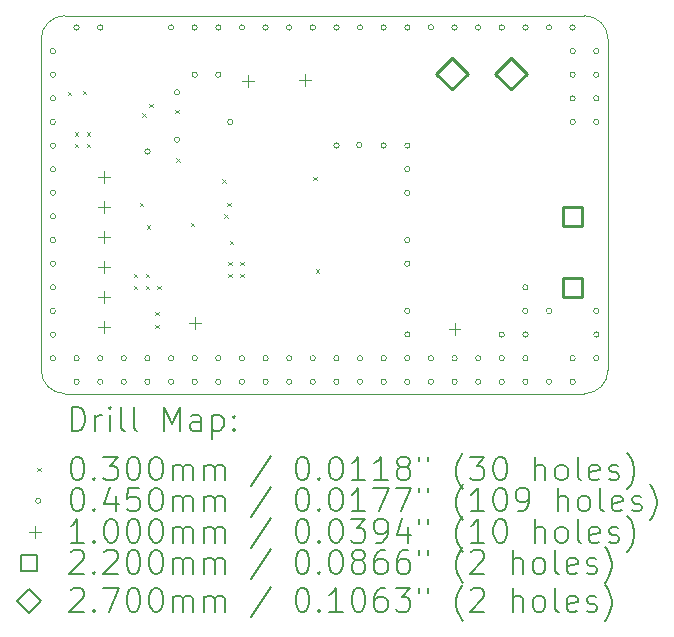
<source format=gbr>
%TF.GenerationSoftware,KiCad,Pcbnew,8.0.1*%
%TF.CreationDate,2024-09-12T17:08:28-04:00*%
%TF.ProjectId,cutdown,63757464-6f77-46e2-9e6b-696361645f70,rev?*%
%TF.SameCoordinates,Original*%
%TF.FileFunction,Drillmap*%
%TF.FilePolarity,Positive*%
%FSLAX45Y45*%
G04 Gerber Fmt 4.5, Leading zero omitted, Abs format (unit mm)*
G04 Created by KiCad (PCBNEW 8.0.1) date 2024-09-12 17:08:28*
%MOMM*%
%LPD*%
G01*
G04 APERTURE LIST*
%ADD10C,0.050000*%
%ADD11C,0.200000*%
%ADD12C,0.100000*%
%ADD13C,0.220000*%
%ADD14C,0.270000*%
G04 APERTURE END LIST*
D10*
X16100000Y-8800000D02*
G75*
G02*
X16300000Y-9000000I0J-200000D01*
G01*
X11700000Y-12000000D02*
G75*
G02*
X11500000Y-11800000I0J200000D01*
G01*
X11700000Y-8800000D02*
X16100000Y-8800000D01*
X11500000Y-11800000D02*
X11500000Y-9000000D01*
X16300000Y-9000000D02*
X16300000Y-11800000D01*
X16300000Y-11800000D02*
G75*
G02*
X16100000Y-12000000I-200000J0D01*
G01*
X16100000Y-12000000D02*
X11700000Y-12000000D01*
X11500000Y-9000000D02*
G75*
G02*
X11700000Y-8800000I200000J0D01*
G01*
D11*
D12*
X11725000Y-9445000D02*
X11755000Y-9475000D01*
X11755000Y-9445000D02*
X11725000Y-9475000D01*
X11785000Y-9785000D02*
X11815000Y-9815000D01*
X11815000Y-9785000D02*
X11785000Y-9815000D01*
X11785000Y-9885000D02*
X11815000Y-9915000D01*
X11815000Y-9885000D02*
X11785000Y-9915000D01*
X11851250Y-9436250D02*
X11881250Y-9466250D01*
X11881250Y-9436250D02*
X11851250Y-9466250D01*
X11885000Y-9785000D02*
X11915000Y-9815000D01*
X11915000Y-9785000D02*
X11885000Y-9815000D01*
X11885000Y-9885000D02*
X11915000Y-9915000D01*
X11915000Y-9885000D02*
X11885000Y-9915000D01*
X12285000Y-10985000D02*
X12315000Y-11015000D01*
X12315000Y-10985000D02*
X12285000Y-11015000D01*
X12285000Y-11085000D02*
X12315000Y-11115000D01*
X12315000Y-11085000D02*
X12285000Y-11115000D01*
X12335000Y-10385000D02*
X12365000Y-10415000D01*
X12365000Y-10385000D02*
X12335000Y-10415000D01*
X12355000Y-9625000D02*
X12385000Y-9655000D01*
X12385000Y-9625000D02*
X12355000Y-9655000D01*
X12385000Y-10985000D02*
X12415000Y-11015000D01*
X12415000Y-10985000D02*
X12385000Y-11015000D01*
X12385000Y-11085000D02*
X12415000Y-11115000D01*
X12415000Y-11085000D02*
X12385000Y-11115000D01*
X12395000Y-10575000D02*
X12425000Y-10605000D01*
X12425000Y-10575000D02*
X12395000Y-10605000D01*
X12415000Y-9545000D02*
X12445000Y-9575000D01*
X12445000Y-9545000D02*
X12415000Y-9575000D01*
X12465000Y-11305000D02*
X12495000Y-11335000D01*
X12495000Y-11305000D02*
X12465000Y-11335000D01*
X12465000Y-11415000D02*
X12495000Y-11445000D01*
X12495000Y-11415000D02*
X12465000Y-11445000D01*
X12485000Y-11085000D02*
X12515000Y-11115000D01*
X12515000Y-11085000D02*
X12485000Y-11115000D01*
X12635000Y-9595000D02*
X12665000Y-9625000D01*
X12665000Y-9595000D02*
X12635000Y-9625000D01*
X12645000Y-10005000D02*
X12675000Y-10035000D01*
X12675000Y-10005000D02*
X12645000Y-10035000D01*
X12765000Y-10555000D02*
X12795000Y-10585000D01*
X12795000Y-10555000D02*
X12765000Y-10585000D01*
X13035000Y-10185000D02*
X13065000Y-10215000D01*
X13065000Y-10185000D02*
X13035000Y-10215000D01*
X13050000Y-10480000D02*
X13080000Y-10510000D01*
X13080000Y-10480000D02*
X13050000Y-10510000D01*
X13075000Y-10385000D02*
X13105000Y-10415000D01*
X13105000Y-10385000D02*
X13075000Y-10415000D01*
X13085000Y-10885000D02*
X13115000Y-10915000D01*
X13115000Y-10885000D02*
X13085000Y-10915000D01*
X13085000Y-10985000D02*
X13115000Y-11015000D01*
X13115000Y-10985000D02*
X13085000Y-11015000D01*
X13095000Y-10705000D02*
X13125000Y-10735000D01*
X13125000Y-10705000D02*
X13095000Y-10735000D01*
X13185000Y-10885000D02*
X13215000Y-10915000D01*
X13215000Y-10885000D02*
X13185000Y-10915000D01*
X13185000Y-10985000D02*
X13215000Y-11015000D01*
X13215000Y-10985000D02*
X13185000Y-11015000D01*
X13805000Y-10165000D02*
X13835000Y-10195000D01*
X13835000Y-10165000D02*
X13805000Y-10195000D01*
X13825000Y-10945000D02*
X13855000Y-10975000D01*
X13855000Y-10945000D02*
X13825000Y-10975000D01*
X11622500Y-9100000D02*
G75*
G02*
X11577500Y-9100000I-22500J0D01*
G01*
X11577500Y-9100000D02*
G75*
G02*
X11622500Y-9100000I22500J0D01*
G01*
X11622500Y-9300000D02*
G75*
G02*
X11577500Y-9300000I-22500J0D01*
G01*
X11577500Y-9300000D02*
G75*
G02*
X11622500Y-9300000I22500J0D01*
G01*
X11622500Y-9500000D02*
G75*
G02*
X11577500Y-9500000I-22500J0D01*
G01*
X11577500Y-9500000D02*
G75*
G02*
X11622500Y-9500000I22500J0D01*
G01*
X11622500Y-9700000D02*
G75*
G02*
X11577500Y-9700000I-22500J0D01*
G01*
X11577500Y-9700000D02*
G75*
G02*
X11622500Y-9700000I22500J0D01*
G01*
X11622500Y-9900000D02*
G75*
G02*
X11577500Y-9900000I-22500J0D01*
G01*
X11577500Y-9900000D02*
G75*
G02*
X11622500Y-9900000I22500J0D01*
G01*
X11622500Y-10100000D02*
G75*
G02*
X11577500Y-10100000I-22500J0D01*
G01*
X11577500Y-10100000D02*
G75*
G02*
X11622500Y-10100000I22500J0D01*
G01*
X11622500Y-10300000D02*
G75*
G02*
X11577500Y-10300000I-22500J0D01*
G01*
X11577500Y-10300000D02*
G75*
G02*
X11622500Y-10300000I22500J0D01*
G01*
X11622500Y-10500000D02*
G75*
G02*
X11577500Y-10500000I-22500J0D01*
G01*
X11577500Y-10500000D02*
G75*
G02*
X11622500Y-10500000I22500J0D01*
G01*
X11622500Y-10700000D02*
G75*
G02*
X11577500Y-10700000I-22500J0D01*
G01*
X11577500Y-10700000D02*
G75*
G02*
X11622500Y-10700000I22500J0D01*
G01*
X11622500Y-10900000D02*
G75*
G02*
X11577500Y-10900000I-22500J0D01*
G01*
X11577500Y-10900000D02*
G75*
G02*
X11622500Y-10900000I22500J0D01*
G01*
X11622500Y-11100000D02*
G75*
G02*
X11577500Y-11100000I-22500J0D01*
G01*
X11577500Y-11100000D02*
G75*
G02*
X11622500Y-11100000I22500J0D01*
G01*
X11622500Y-11300000D02*
G75*
G02*
X11577500Y-11300000I-22500J0D01*
G01*
X11577500Y-11300000D02*
G75*
G02*
X11622500Y-11300000I22500J0D01*
G01*
X11622500Y-11500000D02*
G75*
G02*
X11577500Y-11500000I-22500J0D01*
G01*
X11577500Y-11500000D02*
G75*
G02*
X11622500Y-11500000I22500J0D01*
G01*
X11622500Y-11700000D02*
G75*
G02*
X11577500Y-11700000I-22500J0D01*
G01*
X11577500Y-11700000D02*
G75*
G02*
X11622500Y-11700000I22500J0D01*
G01*
X11822500Y-8900000D02*
G75*
G02*
X11777500Y-8900000I-22500J0D01*
G01*
X11777500Y-8900000D02*
G75*
G02*
X11822500Y-8900000I22500J0D01*
G01*
X11822500Y-11700000D02*
G75*
G02*
X11777500Y-11700000I-22500J0D01*
G01*
X11777500Y-11700000D02*
G75*
G02*
X11822500Y-11700000I22500J0D01*
G01*
X11822500Y-11900000D02*
G75*
G02*
X11777500Y-11900000I-22500J0D01*
G01*
X11777500Y-11900000D02*
G75*
G02*
X11822500Y-11900000I22500J0D01*
G01*
X12022500Y-8900000D02*
G75*
G02*
X11977500Y-8900000I-22500J0D01*
G01*
X11977500Y-8900000D02*
G75*
G02*
X12022500Y-8900000I22500J0D01*
G01*
X12022500Y-11700000D02*
G75*
G02*
X11977500Y-11700000I-22500J0D01*
G01*
X11977500Y-11700000D02*
G75*
G02*
X12022500Y-11700000I22500J0D01*
G01*
X12022500Y-11900000D02*
G75*
G02*
X11977500Y-11900000I-22500J0D01*
G01*
X11977500Y-11900000D02*
G75*
G02*
X12022500Y-11900000I22500J0D01*
G01*
X12222500Y-11700000D02*
G75*
G02*
X12177500Y-11700000I-22500J0D01*
G01*
X12177500Y-11700000D02*
G75*
G02*
X12222500Y-11700000I22500J0D01*
G01*
X12222500Y-11900000D02*
G75*
G02*
X12177500Y-11900000I-22500J0D01*
G01*
X12177500Y-11900000D02*
G75*
G02*
X12222500Y-11900000I22500J0D01*
G01*
X12422500Y-9950000D02*
G75*
G02*
X12377500Y-9950000I-22500J0D01*
G01*
X12377500Y-9950000D02*
G75*
G02*
X12422500Y-9950000I22500J0D01*
G01*
X12422500Y-11700000D02*
G75*
G02*
X12377500Y-11700000I-22500J0D01*
G01*
X12377500Y-11700000D02*
G75*
G02*
X12422500Y-11700000I22500J0D01*
G01*
X12422500Y-11900000D02*
G75*
G02*
X12377500Y-11900000I-22500J0D01*
G01*
X12377500Y-11900000D02*
G75*
G02*
X12422500Y-11900000I22500J0D01*
G01*
X12622500Y-8900000D02*
G75*
G02*
X12577500Y-8900000I-22500J0D01*
G01*
X12577500Y-8900000D02*
G75*
G02*
X12622500Y-8900000I22500J0D01*
G01*
X12622500Y-11700000D02*
G75*
G02*
X12577500Y-11700000I-22500J0D01*
G01*
X12577500Y-11700000D02*
G75*
G02*
X12622500Y-11700000I22500J0D01*
G01*
X12622500Y-11900000D02*
G75*
G02*
X12577500Y-11900000I-22500J0D01*
G01*
X12577500Y-11900000D02*
G75*
G02*
X12622500Y-11900000I22500J0D01*
G01*
X12672500Y-9450000D02*
G75*
G02*
X12627500Y-9450000I-22500J0D01*
G01*
X12627500Y-9450000D02*
G75*
G02*
X12672500Y-9450000I22500J0D01*
G01*
X12672500Y-9850000D02*
G75*
G02*
X12627500Y-9850000I-22500J0D01*
G01*
X12627500Y-9850000D02*
G75*
G02*
X12672500Y-9850000I22500J0D01*
G01*
X12822500Y-8900000D02*
G75*
G02*
X12777500Y-8900000I-22500J0D01*
G01*
X12777500Y-8900000D02*
G75*
G02*
X12822500Y-8900000I22500J0D01*
G01*
X12822500Y-9300000D02*
G75*
G02*
X12777500Y-9300000I-22500J0D01*
G01*
X12777500Y-9300000D02*
G75*
G02*
X12822500Y-9300000I22500J0D01*
G01*
X12822500Y-11700000D02*
G75*
G02*
X12777500Y-11700000I-22500J0D01*
G01*
X12777500Y-11700000D02*
G75*
G02*
X12822500Y-11700000I22500J0D01*
G01*
X12822500Y-11900000D02*
G75*
G02*
X12777500Y-11900000I-22500J0D01*
G01*
X12777500Y-11900000D02*
G75*
G02*
X12822500Y-11900000I22500J0D01*
G01*
X13022500Y-8900000D02*
G75*
G02*
X12977500Y-8900000I-22500J0D01*
G01*
X12977500Y-8900000D02*
G75*
G02*
X13022500Y-8900000I22500J0D01*
G01*
X13022500Y-9300000D02*
G75*
G02*
X12977500Y-9300000I-22500J0D01*
G01*
X12977500Y-9300000D02*
G75*
G02*
X13022500Y-9300000I22500J0D01*
G01*
X13022500Y-11700000D02*
G75*
G02*
X12977500Y-11700000I-22500J0D01*
G01*
X12977500Y-11700000D02*
G75*
G02*
X13022500Y-11700000I22500J0D01*
G01*
X13022500Y-11900000D02*
G75*
G02*
X12977500Y-11900000I-22500J0D01*
G01*
X12977500Y-11900000D02*
G75*
G02*
X13022500Y-11900000I22500J0D01*
G01*
X13122500Y-9700000D02*
G75*
G02*
X13077500Y-9700000I-22500J0D01*
G01*
X13077500Y-9700000D02*
G75*
G02*
X13122500Y-9700000I22500J0D01*
G01*
X13222500Y-8900000D02*
G75*
G02*
X13177500Y-8900000I-22500J0D01*
G01*
X13177500Y-8900000D02*
G75*
G02*
X13222500Y-8900000I22500J0D01*
G01*
X13222500Y-11700000D02*
G75*
G02*
X13177500Y-11700000I-22500J0D01*
G01*
X13177500Y-11700000D02*
G75*
G02*
X13222500Y-11700000I22500J0D01*
G01*
X13222500Y-11900000D02*
G75*
G02*
X13177500Y-11900000I-22500J0D01*
G01*
X13177500Y-11900000D02*
G75*
G02*
X13222500Y-11900000I22500J0D01*
G01*
X13422500Y-8900000D02*
G75*
G02*
X13377500Y-8900000I-22500J0D01*
G01*
X13377500Y-8900000D02*
G75*
G02*
X13422500Y-8900000I22500J0D01*
G01*
X13422500Y-11700000D02*
G75*
G02*
X13377500Y-11700000I-22500J0D01*
G01*
X13377500Y-11700000D02*
G75*
G02*
X13422500Y-11700000I22500J0D01*
G01*
X13422500Y-11900000D02*
G75*
G02*
X13377500Y-11900000I-22500J0D01*
G01*
X13377500Y-11900000D02*
G75*
G02*
X13422500Y-11900000I22500J0D01*
G01*
X13622500Y-8900000D02*
G75*
G02*
X13577500Y-8900000I-22500J0D01*
G01*
X13577500Y-8900000D02*
G75*
G02*
X13622500Y-8900000I22500J0D01*
G01*
X13622500Y-11700000D02*
G75*
G02*
X13577500Y-11700000I-22500J0D01*
G01*
X13577500Y-11700000D02*
G75*
G02*
X13622500Y-11700000I22500J0D01*
G01*
X13622500Y-11900000D02*
G75*
G02*
X13577500Y-11900000I-22500J0D01*
G01*
X13577500Y-11900000D02*
G75*
G02*
X13622500Y-11900000I22500J0D01*
G01*
X13822500Y-8900000D02*
G75*
G02*
X13777500Y-8900000I-22500J0D01*
G01*
X13777500Y-8900000D02*
G75*
G02*
X13822500Y-8900000I22500J0D01*
G01*
X13822500Y-11700000D02*
G75*
G02*
X13777500Y-11700000I-22500J0D01*
G01*
X13777500Y-11700000D02*
G75*
G02*
X13822500Y-11700000I22500J0D01*
G01*
X13822500Y-11900000D02*
G75*
G02*
X13777500Y-11900000I-22500J0D01*
G01*
X13777500Y-11900000D02*
G75*
G02*
X13822500Y-11900000I22500J0D01*
G01*
X14022500Y-8900000D02*
G75*
G02*
X13977500Y-8900000I-22500J0D01*
G01*
X13977500Y-8900000D02*
G75*
G02*
X14022500Y-8900000I22500J0D01*
G01*
X14022500Y-9900000D02*
G75*
G02*
X13977500Y-9900000I-22500J0D01*
G01*
X13977500Y-9900000D02*
G75*
G02*
X14022500Y-9900000I22500J0D01*
G01*
X14022500Y-11700000D02*
G75*
G02*
X13977500Y-11700000I-22500J0D01*
G01*
X13977500Y-11700000D02*
G75*
G02*
X14022500Y-11700000I22500J0D01*
G01*
X14022500Y-11900000D02*
G75*
G02*
X13977500Y-11900000I-22500J0D01*
G01*
X13977500Y-11900000D02*
G75*
G02*
X14022500Y-11900000I22500J0D01*
G01*
X14215000Y-9895000D02*
G75*
G02*
X14170000Y-9895000I-22500J0D01*
G01*
X14170000Y-9895000D02*
G75*
G02*
X14215000Y-9895000I22500J0D01*
G01*
X14222500Y-8900000D02*
G75*
G02*
X14177500Y-8900000I-22500J0D01*
G01*
X14177500Y-8900000D02*
G75*
G02*
X14222500Y-8900000I22500J0D01*
G01*
X14222500Y-11700000D02*
G75*
G02*
X14177500Y-11700000I-22500J0D01*
G01*
X14177500Y-11700000D02*
G75*
G02*
X14222500Y-11700000I22500J0D01*
G01*
X14222500Y-11900000D02*
G75*
G02*
X14177500Y-11900000I-22500J0D01*
G01*
X14177500Y-11900000D02*
G75*
G02*
X14222500Y-11900000I22500J0D01*
G01*
X14422500Y-8900000D02*
G75*
G02*
X14377500Y-8900000I-22500J0D01*
G01*
X14377500Y-8900000D02*
G75*
G02*
X14422500Y-8900000I22500J0D01*
G01*
X14422500Y-9900000D02*
G75*
G02*
X14377500Y-9900000I-22500J0D01*
G01*
X14377500Y-9900000D02*
G75*
G02*
X14422500Y-9900000I22500J0D01*
G01*
X14422500Y-11700000D02*
G75*
G02*
X14377500Y-11700000I-22500J0D01*
G01*
X14377500Y-11700000D02*
G75*
G02*
X14422500Y-11700000I22500J0D01*
G01*
X14422500Y-11900000D02*
G75*
G02*
X14377500Y-11900000I-22500J0D01*
G01*
X14377500Y-11900000D02*
G75*
G02*
X14422500Y-11900000I22500J0D01*
G01*
X14622500Y-8900000D02*
G75*
G02*
X14577500Y-8900000I-22500J0D01*
G01*
X14577500Y-8900000D02*
G75*
G02*
X14622500Y-8900000I22500J0D01*
G01*
X14622500Y-9900000D02*
G75*
G02*
X14577500Y-9900000I-22500J0D01*
G01*
X14577500Y-9900000D02*
G75*
G02*
X14622500Y-9900000I22500J0D01*
G01*
X14622500Y-10100000D02*
G75*
G02*
X14577500Y-10100000I-22500J0D01*
G01*
X14577500Y-10100000D02*
G75*
G02*
X14622500Y-10100000I22500J0D01*
G01*
X14622500Y-10300000D02*
G75*
G02*
X14577500Y-10300000I-22500J0D01*
G01*
X14577500Y-10300000D02*
G75*
G02*
X14622500Y-10300000I22500J0D01*
G01*
X14622500Y-10700000D02*
G75*
G02*
X14577500Y-10700000I-22500J0D01*
G01*
X14577500Y-10700000D02*
G75*
G02*
X14622500Y-10700000I22500J0D01*
G01*
X14622500Y-10900000D02*
G75*
G02*
X14577500Y-10900000I-22500J0D01*
G01*
X14577500Y-10900000D02*
G75*
G02*
X14622500Y-10900000I22500J0D01*
G01*
X14622500Y-11300000D02*
G75*
G02*
X14577500Y-11300000I-22500J0D01*
G01*
X14577500Y-11300000D02*
G75*
G02*
X14622500Y-11300000I22500J0D01*
G01*
X14622500Y-11498635D02*
G75*
G02*
X14577500Y-11498635I-22500J0D01*
G01*
X14577500Y-11498635D02*
G75*
G02*
X14622500Y-11498635I22500J0D01*
G01*
X14622500Y-11700000D02*
G75*
G02*
X14577500Y-11700000I-22500J0D01*
G01*
X14577500Y-11700000D02*
G75*
G02*
X14622500Y-11700000I22500J0D01*
G01*
X14622500Y-11900000D02*
G75*
G02*
X14577500Y-11900000I-22500J0D01*
G01*
X14577500Y-11900000D02*
G75*
G02*
X14622500Y-11900000I22500J0D01*
G01*
X14822500Y-8897414D02*
G75*
G02*
X14777500Y-8897414I-22500J0D01*
G01*
X14777500Y-8897414D02*
G75*
G02*
X14822500Y-8897414I22500J0D01*
G01*
X14822500Y-11700000D02*
G75*
G02*
X14777500Y-11700000I-22500J0D01*
G01*
X14777500Y-11700000D02*
G75*
G02*
X14822500Y-11700000I22500J0D01*
G01*
X14822500Y-11900000D02*
G75*
G02*
X14777500Y-11900000I-22500J0D01*
G01*
X14777500Y-11900000D02*
G75*
G02*
X14822500Y-11900000I22500J0D01*
G01*
X15022500Y-8900000D02*
G75*
G02*
X14977500Y-8900000I-22500J0D01*
G01*
X14977500Y-8900000D02*
G75*
G02*
X15022500Y-8900000I22500J0D01*
G01*
X15022500Y-11700000D02*
G75*
G02*
X14977500Y-11700000I-22500J0D01*
G01*
X14977500Y-11700000D02*
G75*
G02*
X15022500Y-11700000I22500J0D01*
G01*
X15022500Y-11900000D02*
G75*
G02*
X14977500Y-11900000I-22500J0D01*
G01*
X14977500Y-11900000D02*
G75*
G02*
X15022500Y-11900000I22500J0D01*
G01*
X15222500Y-8900000D02*
G75*
G02*
X15177500Y-8900000I-22500J0D01*
G01*
X15177500Y-8900000D02*
G75*
G02*
X15222500Y-8900000I22500J0D01*
G01*
X15222500Y-11700000D02*
G75*
G02*
X15177500Y-11700000I-22500J0D01*
G01*
X15177500Y-11700000D02*
G75*
G02*
X15222500Y-11700000I22500J0D01*
G01*
X15222500Y-11900000D02*
G75*
G02*
X15177500Y-11900000I-22500J0D01*
G01*
X15177500Y-11900000D02*
G75*
G02*
X15222500Y-11900000I22500J0D01*
G01*
X15422500Y-8900000D02*
G75*
G02*
X15377500Y-8900000I-22500J0D01*
G01*
X15377500Y-8900000D02*
G75*
G02*
X15422500Y-8900000I22500J0D01*
G01*
X15422500Y-11500000D02*
G75*
G02*
X15377500Y-11500000I-22500J0D01*
G01*
X15377500Y-11500000D02*
G75*
G02*
X15422500Y-11500000I22500J0D01*
G01*
X15422500Y-11700000D02*
G75*
G02*
X15377500Y-11700000I-22500J0D01*
G01*
X15377500Y-11700000D02*
G75*
G02*
X15422500Y-11700000I22500J0D01*
G01*
X15422500Y-11900000D02*
G75*
G02*
X15377500Y-11900000I-22500J0D01*
G01*
X15377500Y-11900000D02*
G75*
G02*
X15422500Y-11900000I22500J0D01*
G01*
X15622500Y-8900000D02*
G75*
G02*
X15577500Y-8900000I-22500J0D01*
G01*
X15577500Y-8900000D02*
G75*
G02*
X15622500Y-8900000I22500J0D01*
G01*
X15622500Y-11100000D02*
G75*
G02*
X15577500Y-11100000I-22500J0D01*
G01*
X15577500Y-11100000D02*
G75*
G02*
X15622500Y-11100000I22500J0D01*
G01*
X15622500Y-11300000D02*
G75*
G02*
X15577500Y-11300000I-22500J0D01*
G01*
X15577500Y-11300000D02*
G75*
G02*
X15622500Y-11300000I22500J0D01*
G01*
X15622500Y-11500000D02*
G75*
G02*
X15577500Y-11500000I-22500J0D01*
G01*
X15577500Y-11500000D02*
G75*
G02*
X15622500Y-11500000I22500J0D01*
G01*
X15622500Y-11700000D02*
G75*
G02*
X15577500Y-11700000I-22500J0D01*
G01*
X15577500Y-11700000D02*
G75*
G02*
X15622500Y-11700000I22500J0D01*
G01*
X15622500Y-11900000D02*
G75*
G02*
X15577500Y-11900000I-22500J0D01*
G01*
X15577500Y-11900000D02*
G75*
G02*
X15622500Y-11900000I22500J0D01*
G01*
X15822500Y-8900000D02*
G75*
G02*
X15777500Y-8900000I-22500J0D01*
G01*
X15777500Y-8900000D02*
G75*
G02*
X15822500Y-8900000I22500J0D01*
G01*
X15822500Y-11300000D02*
G75*
G02*
X15777500Y-11300000I-22500J0D01*
G01*
X15777500Y-11300000D02*
G75*
G02*
X15822500Y-11300000I22500J0D01*
G01*
X15822500Y-11900000D02*
G75*
G02*
X15777500Y-11900000I-22500J0D01*
G01*
X15777500Y-11900000D02*
G75*
G02*
X15822500Y-11900000I22500J0D01*
G01*
X16022500Y-8900000D02*
G75*
G02*
X15977500Y-8900000I-22500J0D01*
G01*
X15977500Y-8900000D02*
G75*
G02*
X16022500Y-8900000I22500J0D01*
G01*
X16022500Y-9100000D02*
G75*
G02*
X15977500Y-9100000I-22500J0D01*
G01*
X15977500Y-9100000D02*
G75*
G02*
X16022500Y-9100000I22500J0D01*
G01*
X16022500Y-9300000D02*
G75*
G02*
X15977500Y-9300000I-22500J0D01*
G01*
X15977500Y-9300000D02*
G75*
G02*
X16022500Y-9300000I22500J0D01*
G01*
X16022500Y-9500000D02*
G75*
G02*
X15977500Y-9500000I-22500J0D01*
G01*
X15977500Y-9500000D02*
G75*
G02*
X16022500Y-9500000I22500J0D01*
G01*
X16022500Y-9700000D02*
G75*
G02*
X15977500Y-9700000I-22500J0D01*
G01*
X15977500Y-9700000D02*
G75*
G02*
X16022500Y-9700000I22500J0D01*
G01*
X16022500Y-11700000D02*
G75*
G02*
X15977500Y-11700000I-22500J0D01*
G01*
X15977500Y-11700000D02*
G75*
G02*
X16022500Y-11700000I22500J0D01*
G01*
X16022500Y-11900000D02*
G75*
G02*
X15977500Y-11900000I-22500J0D01*
G01*
X15977500Y-11900000D02*
G75*
G02*
X16022500Y-11900000I22500J0D01*
G01*
X16222500Y-9100000D02*
G75*
G02*
X16177500Y-9100000I-22500J0D01*
G01*
X16177500Y-9100000D02*
G75*
G02*
X16222500Y-9100000I22500J0D01*
G01*
X16222500Y-9300000D02*
G75*
G02*
X16177500Y-9300000I-22500J0D01*
G01*
X16177500Y-9300000D02*
G75*
G02*
X16222500Y-9300000I22500J0D01*
G01*
X16222500Y-9500000D02*
G75*
G02*
X16177500Y-9500000I-22500J0D01*
G01*
X16177500Y-9500000D02*
G75*
G02*
X16222500Y-9500000I22500J0D01*
G01*
X16222500Y-9700000D02*
G75*
G02*
X16177500Y-9700000I-22500J0D01*
G01*
X16177500Y-9700000D02*
G75*
G02*
X16222500Y-9700000I22500J0D01*
G01*
X16222500Y-11300000D02*
G75*
G02*
X16177500Y-11300000I-22500J0D01*
G01*
X16177500Y-11300000D02*
G75*
G02*
X16222500Y-11300000I22500J0D01*
G01*
X16222500Y-11500000D02*
G75*
G02*
X16177500Y-11500000I-22500J0D01*
G01*
X16177500Y-11500000D02*
G75*
G02*
X16222500Y-11500000I22500J0D01*
G01*
X16222500Y-11700000D02*
G75*
G02*
X16177500Y-11700000I-22500J0D01*
G01*
X16177500Y-11700000D02*
G75*
G02*
X16222500Y-11700000I22500J0D01*
G01*
X12030000Y-10115000D02*
X12030000Y-10215000D01*
X11980000Y-10165000D02*
X12080000Y-10165000D01*
X12030000Y-10369000D02*
X12030000Y-10469000D01*
X11980000Y-10419000D02*
X12080000Y-10419000D01*
X12030000Y-10623000D02*
X12030000Y-10723000D01*
X11980000Y-10673000D02*
X12080000Y-10673000D01*
X12030000Y-10877000D02*
X12030000Y-10977000D01*
X11980000Y-10927000D02*
X12080000Y-10927000D01*
X12030000Y-11131000D02*
X12030000Y-11231000D01*
X11980000Y-11181000D02*
X12080000Y-11181000D01*
X12030000Y-11385000D02*
X12030000Y-11485000D01*
X11980000Y-11435000D02*
X12080000Y-11435000D01*
X12800000Y-11350000D02*
X12800000Y-11450000D01*
X12750000Y-11400000D02*
X12850000Y-11400000D01*
X13250000Y-9300000D02*
X13250000Y-9400000D01*
X13200000Y-9350000D02*
X13300000Y-9350000D01*
X13732413Y-9292120D02*
X13732413Y-9392120D01*
X13682413Y-9342120D02*
X13782413Y-9342120D01*
X15000000Y-11400000D02*
X15000000Y-11500000D01*
X14950000Y-11450000D02*
X15050000Y-11450000D01*
D13*
X16077782Y-10577783D02*
X16077782Y-10422218D01*
X15922217Y-10422218D01*
X15922217Y-10577783D01*
X16077782Y-10577783D01*
X16077782Y-11177783D02*
X16077782Y-11022218D01*
X15922217Y-11022218D01*
X15922217Y-11177783D01*
X16077782Y-11177783D01*
D14*
X14980000Y-9425000D02*
X15115000Y-9290000D01*
X14980000Y-9155000D01*
X14845000Y-9290000D01*
X14980000Y-9425000D01*
X15480000Y-9425000D02*
X15615000Y-9290000D01*
X15480000Y-9155000D01*
X15345000Y-9290000D01*
X15480000Y-9425000D01*
D11*
X11758277Y-12313984D02*
X11758277Y-12113984D01*
X11758277Y-12113984D02*
X11805896Y-12113984D01*
X11805896Y-12113984D02*
X11834467Y-12123508D01*
X11834467Y-12123508D02*
X11853515Y-12142555D01*
X11853515Y-12142555D02*
X11863039Y-12161603D01*
X11863039Y-12161603D02*
X11872562Y-12199698D01*
X11872562Y-12199698D02*
X11872562Y-12228269D01*
X11872562Y-12228269D02*
X11863039Y-12266365D01*
X11863039Y-12266365D02*
X11853515Y-12285412D01*
X11853515Y-12285412D02*
X11834467Y-12304460D01*
X11834467Y-12304460D02*
X11805896Y-12313984D01*
X11805896Y-12313984D02*
X11758277Y-12313984D01*
X11958277Y-12313984D02*
X11958277Y-12180650D01*
X11958277Y-12218746D02*
X11967801Y-12199698D01*
X11967801Y-12199698D02*
X11977324Y-12190174D01*
X11977324Y-12190174D02*
X11996372Y-12180650D01*
X11996372Y-12180650D02*
X12015420Y-12180650D01*
X12082086Y-12313984D02*
X12082086Y-12180650D01*
X12082086Y-12113984D02*
X12072562Y-12123508D01*
X12072562Y-12123508D02*
X12082086Y-12133031D01*
X12082086Y-12133031D02*
X12091610Y-12123508D01*
X12091610Y-12123508D02*
X12082086Y-12113984D01*
X12082086Y-12113984D02*
X12082086Y-12133031D01*
X12205896Y-12313984D02*
X12186848Y-12304460D01*
X12186848Y-12304460D02*
X12177324Y-12285412D01*
X12177324Y-12285412D02*
X12177324Y-12113984D01*
X12310658Y-12313984D02*
X12291610Y-12304460D01*
X12291610Y-12304460D02*
X12282086Y-12285412D01*
X12282086Y-12285412D02*
X12282086Y-12113984D01*
X12539229Y-12313984D02*
X12539229Y-12113984D01*
X12539229Y-12113984D02*
X12605896Y-12256841D01*
X12605896Y-12256841D02*
X12672562Y-12113984D01*
X12672562Y-12113984D02*
X12672562Y-12313984D01*
X12853515Y-12313984D02*
X12853515Y-12209222D01*
X12853515Y-12209222D02*
X12843991Y-12190174D01*
X12843991Y-12190174D02*
X12824943Y-12180650D01*
X12824943Y-12180650D02*
X12786848Y-12180650D01*
X12786848Y-12180650D02*
X12767801Y-12190174D01*
X12853515Y-12304460D02*
X12834467Y-12313984D01*
X12834467Y-12313984D02*
X12786848Y-12313984D01*
X12786848Y-12313984D02*
X12767801Y-12304460D01*
X12767801Y-12304460D02*
X12758277Y-12285412D01*
X12758277Y-12285412D02*
X12758277Y-12266365D01*
X12758277Y-12266365D02*
X12767801Y-12247317D01*
X12767801Y-12247317D02*
X12786848Y-12237793D01*
X12786848Y-12237793D02*
X12834467Y-12237793D01*
X12834467Y-12237793D02*
X12853515Y-12228269D01*
X12948753Y-12180650D02*
X12948753Y-12380650D01*
X12948753Y-12190174D02*
X12967801Y-12180650D01*
X12967801Y-12180650D02*
X13005896Y-12180650D01*
X13005896Y-12180650D02*
X13024943Y-12190174D01*
X13024943Y-12190174D02*
X13034467Y-12199698D01*
X13034467Y-12199698D02*
X13043991Y-12218746D01*
X13043991Y-12218746D02*
X13043991Y-12275888D01*
X13043991Y-12275888D02*
X13034467Y-12294936D01*
X13034467Y-12294936D02*
X13024943Y-12304460D01*
X13024943Y-12304460D02*
X13005896Y-12313984D01*
X13005896Y-12313984D02*
X12967801Y-12313984D01*
X12967801Y-12313984D02*
X12948753Y-12304460D01*
X13129705Y-12294936D02*
X13139229Y-12304460D01*
X13139229Y-12304460D02*
X13129705Y-12313984D01*
X13129705Y-12313984D02*
X13120182Y-12304460D01*
X13120182Y-12304460D02*
X13129705Y-12294936D01*
X13129705Y-12294936D02*
X13129705Y-12313984D01*
X13129705Y-12190174D02*
X13139229Y-12199698D01*
X13139229Y-12199698D02*
X13129705Y-12209222D01*
X13129705Y-12209222D02*
X13120182Y-12199698D01*
X13120182Y-12199698D02*
X13129705Y-12190174D01*
X13129705Y-12190174D02*
X13129705Y-12209222D01*
D12*
X11467500Y-12627500D02*
X11497500Y-12657500D01*
X11497500Y-12627500D02*
X11467500Y-12657500D01*
D11*
X11796372Y-12533984D02*
X11815420Y-12533984D01*
X11815420Y-12533984D02*
X11834467Y-12543508D01*
X11834467Y-12543508D02*
X11843991Y-12553031D01*
X11843991Y-12553031D02*
X11853515Y-12572079D01*
X11853515Y-12572079D02*
X11863039Y-12610174D01*
X11863039Y-12610174D02*
X11863039Y-12657793D01*
X11863039Y-12657793D02*
X11853515Y-12695888D01*
X11853515Y-12695888D02*
X11843991Y-12714936D01*
X11843991Y-12714936D02*
X11834467Y-12724460D01*
X11834467Y-12724460D02*
X11815420Y-12733984D01*
X11815420Y-12733984D02*
X11796372Y-12733984D01*
X11796372Y-12733984D02*
X11777324Y-12724460D01*
X11777324Y-12724460D02*
X11767801Y-12714936D01*
X11767801Y-12714936D02*
X11758277Y-12695888D01*
X11758277Y-12695888D02*
X11748753Y-12657793D01*
X11748753Y-12657793D02*
X11748753Y-12610174D01*
X11748753Y-12610174D02*
X11758277Y-12572079D01*
X11758277Y-12572079D02*
X11767801Y-12553031D01*
X11767801Y-12553031D02*
X11777324Y-12543508D01*
X11777324Y-12543508D02*
X11796372Y-12533984D01*
X11948753Y-12714936D02*
X11958277Y-12724460D01*
X11958277Y-12724460D02*
X11948753Y-12733984D01*
X11948753Y-12733984D02*
X11939229Y-12724460D01*
X11939229Y-12724460D02*
X11948753Y-12714936D01*
X11948753Y-12714936D02*
X11948753Y-12733984D01*
X12024943Y-12533984D02*
X12148753Y-12533984D01*
X12148753Y-12533984D02*
X12082086Y-12610174D01*
X12082086Y-12610174D02*
X12110658Y-12610174D01*
X12110658Y-12610174D02*
X12129705Y-12619698D01*
X12129705Y-12619698D02*
X12139229Y-12629222D01*
X12139229Y-12629222D02*
X12148753Y-12648269D01*
X12148753Y-12648269D02*
X12148753Y-12695888D01*
X12148753Y-12695888D02*
X12139229Y-12714936D01*
X12139229Y-12714936D02*
X12129705Y-12724460D01*
X12129705Y-12724460D02*
X12110658Y-12733984D01*
X12110658Y-12733984D02*
X12053515Y-12733984D01*
X12053515Y-12733984D02*
X12034467Y-12724460D01*
X12034467Y-12724460D02*
X12024943Y-12714936D01*
X12272562Y-12533984D02*
X12291610Y-12533984D01*
X12291610Y-12533984D02*
X12310658Y-12543508D01*
X12310658Y-12543508D02*
X12320182Y-12553031D01*
X12320182Y-12553031D02*
X12329705Y-12572079D01*
X12329705Y-12572079D02*
X12339229Y-12610174D01*
X12339229Y-12610174D02*
X12339229Y-12657793D01*
X12339229Y-12657793D02*
X12329705Y-12695888D01*
X12329705Y-12695888D02*
X12320182Y-12714936D01*
X12320182Y-12714936D02*
X12310658Y-12724460D01*
X12310658Y-12724460D02*
X12291610Y-12733984D01*
X12291610Y-12733984D02*
X12272562Y-12733984D01*
X12272562Y-12733984D02*
X12253515Y-12724460D01*
X12253515Y-12724460D02*
X12243991Y-12714936D01*
X12243991Y-12714936D02*
X12234467Y-12695888D01*
X12234467Y-12695888D02*
X12224943Y-12657793D01*
X12224943Y-12657793D02*
X12224943Y-12610174D01*
X12224943Y-12610174D02*
X12234467Y-12572079D01*
X12234467Y-12572079D02*
X12243991Y-12553031D01*
X12243991Y-12553031D02*
X12253515Y-12543508D01*
X12253515Y-12543508D02*
X12272562Y-12533984D01*
X12463039Y-12533984D02*
X12482086Y-12533984D01*
X12482086Y-12533984D02*
X12501134Y-12543508D01*
X12501134Y-12543508D02*
X12510658Y-12553031D01*
X12510658Y-12553031D02*
X12520182Y-12572079D01*
X12520182Y-12572079D02*
X12529705Y-12610174D01*
X12529705Y-12610174D02*
X12529705Y-12657793D01*
X12529705Y-12657793D02*
X12520182Y-12695888D01*
X12520182Y-12695888D02*
X12510658Y-12714936D01*
X12510658Y-12714936D02*
X12501134Y-12724460D01*
X12501134Y-12724460D02*
X12482086Y-12733984D01*
X12482086Y-12733984D02*
X12463039Y-12733984D01*
X12463039Y-12733984D02*
X12443991Y-12724460D01*
X12443991Y-12724460D02*
X12434467Y-12714936D01*
X12434467Y-12714936D02*
X12424943Y-12695888D01*
X12424943Y-12695888D02*
X12415420Y-12657793D01*
X12415420Y-12657793D02*
X12415420Y-12610174D01*
X12415420Y-12610174D02*
X12424943Y-12572079D01*
X12424943Y-12572079D02*
X12434467Y-12553031D01*
X12434467Y-12553031D02*
X12443991Y-12543508D01*
X12443991Y-12543508D02*
X12463039Y-12533984D01*
X12615420Y-12733984D02*
X12615420Y-12600650D01*
X12615420Y-12619698D02*
X12624943Y-12610174D01*
X12624943Y-12610174D02*
X12643991Y-12600650D01*
X12643991Y-12600650D02*
X12672563Y-12600650D01*
X12672563Y-12600650D02*
X12691610Y-12610174D01*
X12691610Y-12610174D02*
X12701134Y-12629222D01*
X12701134Y-12629222D02*
X12701134Y-12733984D01*
X12701134Y-12629222D02*
X12710658Y-12610174D01*
X12710658Y-12610174D02*
X12729705Y-12600650D01*
X12729705Y-12600650D02*
X12758277Y-12600650D01*
X12758277Y-12600650D02*
X12777324Y-12610174D01*
X12777324Y-12610174D02*
X12786848Y-12629222D01*
X12786848Y-12629222D02*
X12786848Y-12733984D01*
X12882086Y-12733984D02*
X12882086Y-12600650D01*
X12882086Y-12619698D02*
X12891610Y-12610174D01*
X12891610Y-12610174D02*
X12910658Y-12600650D01*
X12910658Y-12600650D02*
X12939229Y-12600650D01*
X12939229Y-12600650D02*
X12958277Y-12610174D01*
X12958277Y-12610174D02*
X12967801Y-12629222D01*
X12967801Y-12629222D02*
X12967801Y-12733984D01*
X12967801Y-12629222D02*
X12977324Y-12610174D01*
X12977324Y-12610174D02*
X12996372Y-12600650D01*
X12996372Y-12600650D02*
X13024943Y-12600650D01*
X13024943Y-12600650D02*
X13043991Y-12610174D01*
X13043991Y-12610174D02*
X13053515Y-12629222D01*
X13053515Y-12629222D02*
X13053515Y-12733984D01*
X13443991Y-12524460D02*
X13272563Y-12781603D01*
X13701134Y-12533984D02*
X13720182Y-12533984D01*
X13720182Y-12533984D02*
X13739229Y-12543508D01*
X13739229Y-12543508D02*
X13748753Y-12553031D01*
X13748753Y-12553031D02*
X13758277Y-12572079D01*
X13758277Y-12572079D02*
X13767801Y-12610174D01*
X13767801Y-12610174D02*
X13767801Y-12657793D01*
X13767801Y-12657793D02*
X13758277Y-12695888D01*
X13758277Y-12695888D02*
X13748753Y-12714936D01*
X13748753Y-12714936D02*
X13739229Y-12724460D01*
X13739229Y-12724460D02*
X13720182Y-12733984D01*
X13720182Y-12733984D02*
X13701134Y-12733984D01*
X13701134Y-12733984D02*
X13682086Y-12724460D01*
X13682086Y-12724460D02*
X13672563Y-12714936D01*
X13672563Y-12714936D02*
X13663039Y-12695888D01*
X13663039Y-12695888D02*
X13653515Y-12657793D01*
X13653515Y-12657793D02*
X13653515Y-12610174D01*
X13653515Y-12610174D02*
X13663039Y-12572079D01*
X13663039Y-12572079D02*
X13672563Y-12553031D01*
X13672563Y-12553031D02*
X13682086Y-12543508D01*
X13682086Y-12543508D02*
X13701134Y-12533984D01*
X13853515Y-12714936D02*
X13863039Y-12724460D01*
X13863039Y-12724460D02*
X13853515Y-12733984D01*
X13853515Y-12733984D02*
X13843991Y-12724460D01*
X13843991Y-12724460D02*
X13853515Y-12714936D01*
X13853515Y-12714936D02*
X13853515Y-12733984D01*
X13986848Y-12533984D02*
X14005896Y-12533984D01*
X14005896Y-12533984D02*
X14024944Y-12543508D01*
X14024944Y-12543508D02*
X14034467Y-12553031D01*
X14034467Y-12553031D02*
X14043991Y-12572079D01*
X14043991Y-12572079D02*
X14053515Y-12610174D01*
X14053515Y-12610174D02*
X14053515Y-12657793D01*
X14053515Y-12657793D02*
X14043991Y-12695888D01*
X14043991Y-12695888D02*
X14034467Y-12714936D01*
X14034467Y-12714936D02*
X14024944Y-12724460D01*
X14024944Y-12724460D02*
X14005896Y-12733984D01*
X14005896Y-12733984D02*
X13986848Y-12733984D01*
X13986848Y-12733984D02*
X13967801Y-12724460D01*
X13967801Y-12724460D02*
X13958277Y-12714936D01*
X13958277Y-12714936D02*
X13948753Y-12695888D01*
X13948753Y-12695888D02*
X13939229Y-12657793D01*
X13939229Y-12657793D02*
X13939229Y-12610174D01*
X13939229Y-12610174D02*
X13948753Y-12572079D01*
X13948753Y-12572079D02*
X13958277Y-12553031D01*
X13958277Y-12553031D02*
X13967801Y-12543508D01*
X13967801Y-12543508D02*
X13986848Y-12533984D01*
X14243991Y-12733984D02*
X14129706Y-12733984D01*
X14186848Y-12733984D02*
X14186848Y-12533984D01*
X14186848Y-12533984D02*
X14167801Y-12562555D01*
X14167801Y-12562555D02*
X14148753Y-12581603D01*
X14148753Y-12581603D02*
X14129706Y-12591127D01*
X14434467Y-12733984D02*
X14320182Y-12733984D01*
X14377325Y-12733984D02*
X14377325Y-12533984D01*
X14377325Y-12533984D02*
X14358277Y-12562555D01*
X14358277Y-12562555D02*
X14339229Y-12581603D01*
X14339229Y-12581603D02*
X14320182Y-12591127D01*
X14548753Y-12619698D02*
X14529706Y-12610174D01*
X14529706Y-12610174D02*
X14520182Y-12600650D01*
X14520182Y-12600650D02*
X14510658Y-12581603D01*
X14510658Y-12581603D02*
X14510658Y-12572079D01*
X14510658Y-12572079D02*
X14520182Y-12553031D01*
X14520182Y-12553031D02*
X14529706Y-12543508D01*
X14529706Y-12543508D02*
X14548753Y-12533984D01*
X14548753Y-12533984D02*
X14586848Y-12533984D01*
X14586848Y-12533984D02*
X14605896Y-12543508D01*
X14605896Y-12543508D02*
X14615420Y-12553031D01*
X14615420Y-12553031D02*
X14624944Y-12572079D01*
X14624944Y-12572079D02*
X14624944Y-12581603D01*
X14624944Y-12581603D02*
X14615420Y-12600650D01*
X14615420Y-12600650D02*
X14605896Y-12610174D01*
X14605896Y-12610174D02*
X14586848Y-12619698D01*
X14586848Y-12619698D02*
X14548753Y-12619698D01*
X14548753Y-12619698D02*
X14529706Y-12629222D01*
X14529706Y-12629222D02*
X14520182Y-12638746D01*
X14520182Y-12638746D02*
X14510658Y-12657793D01*
X14510658Y-12657793D02*
X14510658Y-12695888D01*
X14510658Y-12695888D02*
X14520182Y-12714936D01*
X14520182Y-12714936D02*
X14529706Y-12724460D01*
X14529706Y-12724460D02*
X14548753Y-12733984D01*
X14548753Y-12733984D02*
X14586848Y-12733984D01*
X14586848Y-12733984D02*
X14605896Y-12724460D01*
X14605896Y-12724460D02*
X14615420Y-12714936D01*
X14615420Y-12714936D02*
X14624944Y-12695888D01*
X14624944Y-12695888D02*
X14624944Y-12657793D01*
X14624944Y-12657793D02*
X14615420Y-12638746D01*
X14615420Y-12638746D02*
X14605896Y-12629222D01*
X14605896Y-12629222D02*
X14586848Y-12619698D01*
X14701134Y-12533984D02*
X14701134Y-12572079D01*
X14777325Y-12533984D02*
X14777325Y-12572079D01*
X15072563Y-12810174D02*
X15063039Y-12800650D01*
X15063039Y-12800650D02*
X15043991Y-12772079D01*
X15043991Y-12772079D02*
X15034468Y-12753031D01*
X15034468Y-12753031D02*
X15024944Y-12724460D01*
X15024944Y-12724460D02*
X15015420Y-12676841D01*
X15015420Y-12676841D02*
X15015420Y-12638746D01*
X15015420Y-12638746D02*
X15024944Y-12591127D01*
X15024944Y-12591127D02*
X15034468Y-12562555D01*
X15034468Y-12562555D02*
X15043991Y-12543508D01*
X15043991Y-12543508D02*
X15063039Y-12514936D01*
X15063039Y-12514936D02*
X15072563Y-12505412D01*
X15129706Y-12533984D02*
X15253515Y-12533984D01*
X15253515Y-12533984D02*
X15186848Y-12610174D01*
X15186848Y-12610174D02*
X15215420Y-12610174D01*
X15215420Y-12610174D02*
X15234468Y-12619698D01*
X15234468Y-12619698D02*
X15243991Y-12629222D01*
X15243991Y-12629222D02*
X15253515Y-12648269D01*
X15253515Y-12648269D02*
X15253515Y-12695888D01*
X15253515Y-12695888D02*
X15243991Y-12714936D01*
X15243991Y-12714936D02*
X15234468Y-12724460D01*
X15234468Y-12724460D02*
X15215420Y-12733984D01*
X15215420Y-12733984D02*
X15158277Y-12733984D01*
X15158277Y-12733984D02*
X15139229Y-12724460D01*
X15139229Y-12724460D02*
X15129706Y-12714936D01*
X15377325Y-12533984D02*
X15396372Y-12533984D01*
X15396372Y-12533984D02*
X15415420Y-12543508D01*
X15415420Y-12543508D02*
X15424944Y-12553031D01*
X15424944Y-12553031D02*
X15434468Y-12572079D01*
X15434468Y-12572079D02*
X15443991Y-12610174D01*
X15443991Y-12610174D02*
X15443991Y-12657793D01*
X15443991Y-12657793D02*
X15434468Y-12695888D01*
X15434468Y-12695888D02*
X15424944Y-12714936D01*
X15424944Y-12714936D02*
X15415420Y-12724460D01*
X15415420Y-12724460D02*
X15396372Y-12733984D01*
X15396372Y-12733984D02*
X15377325Y-12733984D01*
X15377325Y-12733984D02*
X15358277Y-12724460D01*
X15358277Y-12724460D02*
X15348753Y-12714936D01*
X15348753Y-12714936D02*
X15339229Y-12695888D01*
X15339229Y-12695888D02*
X15329706Y-12657793D01*
X15329706Y-12657793D02*
X15329706Y-12610174D01*
X15329706Y-12610174D02*
X15339229Y-12572079D01*
X15339229Y-12572079D02*
X15348753Y-12553031D01*
X15348753Y-12553031D02*
X15358277Y-12543508D01*
X15358277Y-12543508D02*
X15377325Y-12533984D01*
X15682087Y-12733984D02*
X15682087Y-12533984D01*
X15767801Y-12733984D02*
X15767801Y-12629222D01*
X15767801Y-12629222D02*
X15758277Y-12610174D01*
X15758277Y-12610174D02*
X15739230Y-12600650D01*
X15739230Y-12600650D02*
X15710658Y-12600650D01*
X15710658Y-12600650D02*
X15691610Y-12610174D01*
X15691610Y-12610174D02*
X15682087Y-12619698D01*
X15891610Y-12733984D02*
X15872563Y-12724460D01*
X15872563Y-12724460D02*
X15863039Y-12714936D01*
X15863039Y-12714936D02*
X15853515Y-12695888D01*
X15853515Y-12695888D02*
X15853515Y-12638746D01*
X15853515Y-12638746D02*
X15863039Y-12619698D01*
X15863039Y-12619698D02*
X15872563Y-12610174D01*
X15872563Y-12610174D02*
X15891610Y-12600650D01*
X15891610Y-12600650D02*
X15920182Y-12600650D01*
X15920182Y-12600650D02*
X15939230Y-12610174D01*
X15939230Y-12610174D02*
X15948753Y-12619698D01*
X15948753Y-12619698D02*
X15958277Y-12638746D01*
X15958277Y-12638746D02*
X15958277Y-12695888D01*
X15958277Y-12695888D02*
X15948753Y-12714936D01*
X15948753Y-12714936D02*
X15939230Y-12724460D01*
X15939230Y-12724460D02*
X15920182Y-12733984D01*
X15920182Y-12733984D02*
X15891610Y-12733984D01*
X16072563Y-12733984D02*
X16053515Y-12724460D01*
X16053515Y-12724460D02*
X16043991Y-12705412D01*
X16043991Y-12705412D02*
X16043991Y-12533984D01*
X16224944Y-12724460D02*
X16205896Y-12733984D01*
X16205896Y-12733984D02*
X16167801Y-12733984D01*
X16167801Y-12733984D02*
X16148753Y-12724460D01*
X16148753Y-12724460D02*
X16139230Y-12705412D01*
X16139230Y-12705412D02*
X16139230Y-12629222D01*
X16139230Y-12629222D02*
X16148753Y-12610174D01*
X16148753Y-12610174D02*
X16167801Y-12600650D01*
X16167801Y-12600650D02*
X16205896Y-12600650D01*
X16205896Y-12600650D02*
X16224944Y-12610174D01*
X16224944Y-12610174D02*
X16234468Y-12629222D01*
X16234468Y-12629222D02*
X16234468Y-12648269D01*
X16234468Y-12648269D02*
X16139230Y-12667317D01*
X16310658Y-12724460D02*
X16329706Y-12733984D01*
X16329706Y-12733984D02*
X16367801Y-12733984D01*
X16367801Y-12733984D02*
X16386849Y-12724460D01*
X16386849Y-12724460D02*
X16396372Y-12705412D01*
X16396372Y-12705412D02*
X16396372Y-12695888D01*
X16396372Y-12695888D02*
X16386849Y-12676841D01*
X16386849Y-12676841D02*
X16367801Y-12667317D01*
X16367801Y-12667317D02*
X16339230Y-12667317D01*
X16339230Y-12667317D02*
X16320182Y-12657793D01*
X16320182Y-12657793D02*
X16310658Y-12638746D01*
X16310658Y-12638746D02*
X16310658Y-12629222D01*
X16310658Y-12629222D02*
X16320182Y-12610174D01*
X16320182Y-12610174D02*
X16339230Y-12600650D01*
X16339230Y-12600650D02*
X16367801Y-12600650D01*
X16367801Y-12600650D02*
X16386849Y-12610174D01*
X16463039Y-12810174D02*
X16472563Y-12800650D01*
X16472563Y-12800650D02*
X16491611Y-12772079D01*
X16491611Y-12772079D02*
X16501134Y-12753031D01*
X16501134Y-12753031D02*
X16510658Y-12724460D01*
X16510658Y-12724460D02*
X16520182Y-12676841D01*
X16520182Y-12676841D02*
X16520182Y-12638746D01*
X16520182Y-12638746D02*
X16510658Y-12591127D01*
X16510658Y-12591127D02*
X16501134Y-12562555D01*
X16501134Y-12562555D02*
X16491611Y-12543508D01*
X16491611Y-12543508D02*
X16472563Y-12514936D01*
X16472563Y-12514936D02*
X16463039Y-12505412D01*
D12*
X11497500Y-12906500D02*
G75*
G02*
X11452500Y-12906500I-22500J0D01*
G01*
X11452500Y-12906500D02*
G75*
G02*
X11497500Y-12906500I22500J0D01*
G01*
D11*
X11796372Y-12797984D02*
X11815420Y-12797984D01*
X11815420Y-12797984D02*
X11834467Y-12807508D01*
X11834467Y-12807508D02*
X11843991Y-12817031D01*
X11843991Y-12817031D02*
X11853515Y-12836079D01*
X11853515Y-12836079D02*
X11863039Y-12874174D01*
X11863039Y-12874174D02*
X11863039Y-12921793D01*
X11863039Y-12921793D02*
X11853515Y-12959888D01*
X11853515Y-12959888D02*
X11843991Y-12978936D01*
X11843991Y-12978936D02*
X11834467Y-12988460D01*
X11834467Y-12988460D02*
X11815420Y-12997984D01*
X11815420Y-12997984D02*
X11796372Y-12997984D01*
X11796372Y-12997984D02*
X11777324Y-12988460D01*
X11777324Y-12988460D02*
X11767801Y-12978936D01*
X11767801Y-12978936D02*
X11758277Y-12959888D01*
X11758277Y-12959888D02*
X11748753Y-12921793D01*
X11748753Y-12921793D02*
X11748753Y-12874174D01*
X11748753Y-12874174D02*
X11758277Y-12836079D01*
X11758277Y-12836079D02*
X11767801Y-12817031D01*
X11767801Y-12817031D02*
X11777324Y-12807508D01*
X11777324Y-12807508D02*
X11796372Y-12797984D01*
X11948753Y-12978936D02*
X11958277Y-12988460D01*
X11958277Y-12988460D02*
X11948753Y-12997984D01*
X11948753Y-12997984D02*
X11939229Y-12988460D01*
X11939229Y-12988460D02*
X11948753Y-12978936D01*
X11948753Y-12978936D02*
X11948753Y-12997984D01*
X12129705Y-12864650D02*
X12129705Y-12997984D01*
X12082086Y-12788460D02*
X12034467Y-12931317D01*
X12034467Y-12931317D02*
X12158277Y-12931317D01*
X12329705Y-12797984D02*
X12234467Y-12797984D01*
X12234467Y-12797984D02*
X12224943Y-12893222D01*
X12224943Y-12893222D02*
X12234467Y-12883698D01*
X12234467Y-12883698D02*
X12253515Y-12874174D01*
X12253515Y-12874174D02*
X12301134Y-12874174D01*
X12301134Y-12874174D02*
X12320182Y-12883698D01*
X12320182Y-12883698D02*
X12329705Y-12893222D01*
X12329705Y-12893222D02*
X12339229Y-12912269D01*
X12339229Y-12912269D02*
X12339229Y-12959888D01*
X12339229Y-12959888D02*
X12329705Y-12978936D01*
X12329705Y-12978936D02*
X12320182Y-12988460D01*
X12320182Y-12988460D02*
X12301134Y-12997984D01*
X12301134Y-12997984D02*
X12253515Y-12997984D01*
X12253515Y-12997984D02*
X12234467Y-12988460D01*
X12234467Y-12988460D02*
X12224943Y-12978936D01*
X12463039Y-12797984D02*
X12482086Y-12797984D01*
X12482086Y-12797984D02*
X12501134Y-12807508D01*
X12501134Y-12807508D02*
X12510658Y-12817031D01*
X12510658Y-12817031D02*
X12520182Y-12836079D01*
X12520182Y-12836079D02*
X12529705Y-12874174D01*
X12529705Y-12874174D02*
X12529705Y-12921793D01*
X12529705Y-12921793D02*
X12520182Y-12959888D01*
X12520182Y-12959888D02*
X12510658Y-12978936D01*
X12510658Y-12978936D02*
X12501134Y-12988460D01*
X12501134Y-12988460D02*
X12482086Y-12997984D01*
X12482086Y-12997984D02*
X12463039Y-12997984D01*
X12463039Y-12997984D02*
X12443991Y-12988460D01*
X12443991Y-12988460D02*
X12434467Y-12978936D01*
X12434467Y-12978936D02*
X12424943Y-12959888D01*
X12424943Y-12959888D02*
X12415420Y-12921793D01*
X12415420Y-12921793D02*
X12415420Y-12874174D01*
X12415420Y-12874174D02*
X12424943Y-12836079D01*
X12424943Y-12836079D02*
X12434467Y-12817031D01*
X12434467Y-12817031D02*
X12443991Y-12807508D01*
X12443991Y-12807508D02*
X12463039Y-12797984D01*
X12615420Y-12997984D02*
X12615420Y-12864650D01*
X12615420Y-12883698D02*
X12624943Y-12874174D01*
X12624943Y-12874174D02*
X12643991Y-12864650D01*
X12643991Y-12864650D02*
X12672563Y-12864650D01*
X12672563Y-12864650D02*
X12691610Y-12874174D01*
X12691610Y-12874174D02*
X12701134Y-12893222D01*
X12701134Y-12893222D02*
X12701134Y-12997984D01*
X12701134Y-12893222D02*
X12710658Y-12874174D01*
X12710658Y-12874174D02*
X12729705Y-12864650D01*
X12729705Y-12864650D02*
X12758277Y-12864650D01*
X12758277Y-12864650D02*
X12777324Y-12874174D01*
X12777324Y-12874174D02*
X12786848Y-12893222D01*
X12786848Y-12893222D02*
X12786848Y-12997984D01*
X12882086Y-12997984D02*
X12882086Y-12864650D01*
X12882086Y-12883698D02*
X12891610Y-12874174D01*
X12891610Y-12874174D02*
X12910658Y-12864650D01*
X12910658Y-12864650D02*
X12939229Y-12864650D01*
X12939229Y-12864650D02*
X12958277Y-12874174D01*
X12958277Y-12874174D02*
X12967801Y-12893222D01*
X12967801Y-12893222D02*
X12967801Y-12997984D01*
X12967801Y-12893222D02*
X12977324Y-12874174D01*
X12977324Y-12874174D02*
X12996372Y-12864650D01*
X12996372Y-12864650D02*
X13024943Y-12864650D01*
X13024943Y-12864650D02*
X13043991Y-12874174D01*
X13043991Y-12874174D02*
X13053515Y-12893222D01*
X13053515Y-12893222D02*
X13053515Y-12997984D01*
X13443991Y-12788460D02*
X13272563Y-13045603D01*
X13701134Y-12797984D02*
X13720182Y-12797984D01*
X13720182Y-12797984D02*
X13739229Y-12807508D01*
X13739229Y-12807508D02*
X13748753Y-12817031D01*
X13748753Y-12817031D02*
X13758277Y-12836079D01*
X13758277Y-12836079D02*
X13767801Y-12874174D01*
X13767801Y-12874174D02*
X13767801Y-12921793D01*
X13767801Y-12921793D02*
X13758277Y-12959888D01*
X13758277Y-12959888D02*
X13748753Y-12978936D01*
X13748753Y-12978936D02*
X13739229Y-12988460D01*
X13739229Y-12988460D02*
X13720182Y-12997984D01*
X13720182Y-12997984D02*
X13701134Y-12997984D01*
X13701134Y-12997984D02*
X13682086Y-12988460D01*
X13682086Y-12988460D02*
X13672563Y-12978936D01*
X13672563Y-12978936D02*
X13663039Y-12959888D01*
X13663039Y-12959888D02*
X13653515Y-12921793D01*
X13653515Y-12921793D02*
X13653515Y-12874174D01*
X13653515Y-12874174D02*
X13663039Y-12836079D01*
X13663039Y-12836079D02*
X13672563Y-12817031D01*
X13672563Y-12817031D02*
X13682086Y-12807508D01*
X13682086Y-12807508D02*
X13701134Y-12797984D01*
X13853515Y-12978936D02*
X13863039Y-12988460D01*
X13863039Y-12988460D02*
X13853515Y-12997984D01*
X13853515Y-12997984D02*
X13843991Y-12988460D01*
X13843991Y-12988460D02*
X13853515Y-12978936D01*
X13853515Y-12978936D02*
X13853515Y-12997984D01*
X13986848Y-12797984D02*
X14005896Y-12797984D01*
X14005896Y-12797984D02*
X14024944Y-12807508D01*
X14024944Y-12807508D02*
X14034467Y-12817031D01*
X14034467Y-12817031D02*
X14043991Y-12836079D01*
X14043991Y-12836079D02*
X14053515Y-12874174D01*
X14053515Y-12874174D02*
X14053515Y-12921793D01*
X14053515Y-12921793D02*
X14043991Y-12959888D01*
X14043991Y-12959888D02*
X14034467Y-12978936D01*
X14034467Y-12978936D02*
X14024944Y-12988460D01*
X14024944Y-12988460D02*
X14005896Y-12997984D01*
X14005896Y-12997984D02*
X13986848Y-12997984D01*
X13986848Y-12997984D02*
X13967801Y-12988460D01*
X13967801Y-12988460D02*
X13958277Y-12978936D01*
X13958277Y-12978936D02*
X13948753Y-12959888D01*
X13948753Y-12959888D02*
X13939229Y-12921793D01*
X13939229Y-12921793D02*
X13939229Y-12874174D01*
X13939229Y-12874174D02*
X13948753Y-12836079D01*
X13948753Y-12836079D02*
X13958277Y-12817031D01*
X13958277Y-12817031D02*
X13967801Y-12807508D01*
X13967801Y-12807508D02*
X13986848Y-12797984D01*
X14243991Y-12997984D02*
X14129706Y-12997984D01*
X14186848Y-12997984D02*
X14186848Y-12797984D01*
X14186848Y-12797984D02*
X14167801Y-12826555D01*
X14167801Y-12826555D02*
X14148753Y-12845603D01*
X14148753Y-12845603D02*
X14129706Y-12855127D01*
X14310658Y-12797984D02*
X14443991Y-12797984D01*
X14443991Y-12797984D02*
X14358277Y-12997984D01*
X14501134Y-12797984D02*
X14634467Y-12797984D01*
X14634467Y-12797984D02*
X14548753Y-12997984D01*
X14701134Y-12797984D02*
X14701134Y-12836079D01*
X14777325Y-12797984D02*
X14777325Y-12836079D01*
X15072563Y-13074174D02*
X15063039Y-13064650D01*
X15063039Y-13064650D02*
X15043991Y-13036079D01*
X15043991Y-13036079D02*
X15034468Y-13017031D01*
X15034468Y-13017031D02*
X15024944Y-12988460D01*
X15024944Y-12988460D02*
X15015420Y-12940841D01*
X15015420Y-12940841D02*
X15015420Y-12902746D01*
X15015420Y-12902746D02*
X15024944Y-12855127D01*
X15024944Y-12855127D02*
X15034468Y-12826555D01*
X15034468Y-12826555D02*
X15043991Y-12807508D01*
X15043991Y-12807508D02*
X15063039Y-12778936D01*
X15063039Y-12778936D02*
X15072563Y-12769412D01*
X15253515Y-12997984D02*
X15139229Y-12997984D01*
X15196372Y-12997984D02*
X15196372Y-12797984D01*
X15196372Y-12797984D02*
X15177325Y-12826555D01*
X15177325Y-12826555D02*
X15158277Y-12845603D01*
X15158277Y-12845603D02*
X15139229Y-12855127D01*
X15377325Y-12797984D02*
X15396372Y-12797984D01*
X15396372Y-12797984D02*
X15415420Y-12807508D01*
X15415420Y-12807508D02*
X15424944Y-12817031D01*
X15424944Y-12817031D02*
X15434468Y-12836079D01*
X15434468Y-12836079D02*
X15443991Y-12874174D01*
X15443991Y-12874174D02*
X15443991Y-12921793D01*
X15443991Y-12921793D02*
X15434468Y-12959888D01*
X15434468Y-12959888D02*
X15424944Y-12978936D01*
X15424944Y-12978936D02*
X15415420Y-12988460D01*
X15415420Y-12988460D02*
X15396372Y-12997984D01*
X15396372Y-12997984D02*
X15377325Y-12997984D01*
X15377325Y-12997984D02*
X15358277Y-12988460D01*
X15358277Y-12988460D02*
X15348753Y-12978936D01*
X15348753Y-12978936D02*
X15339229Y-12959888D01*
X15339229Y-12959888D02*
X15329706Y-12921793D01*
X15329706Y-12921793D02*
X15329706Y-12874174D01*
X15329706Y-12874174D02*
X15339229Y-12836079D01*
X15339229Y-12836079D02*
X15348753Y-12817031D01*
X15348753Y-12817031D02*
X15358277Y-12807508D01*
X15358277Y-12807508D02*
X15377325Y-12797984D01*
X15539229Y-12997984D02*
X15577325Y-12997984D01*
X15577325Y-12997984D02*
X15596372Y-12988460D01*
X15596372Y-12988460D02*
X15605896Y-12978936D01*
X15605896Y-12978936D02*
X15624944Y-12950365D01*
X15624944Y-12950365D02*
X15634468Y-12912269D01*
X15634468Y-12912269D02*
X15634468Y-12836079D01*
X15634468Y-12836079D02*
X15624944Y-12817031D01*
X15624944Y-12817031D02*
X15615420Y-12807508D01*
X15615420Y-12807508D02*
X15596372Y-12797984D01*
X15596372Y-12797984D02*
X15558277Y-12797984D01*
X15558277Y-12797984D02*
X15539229Y-12807508D01*
X15539229Y-12807508D02*
X15529706Y-12817031D01*
X15529706Y-12817031D02*
X15520182Y-12836079D01*
X15520182Y-12836079D02*
X15520182Y-12883698D01*
X15520182Y-12883698D02*
X15529706Y-12902746D01*
X15529706Y-12902746D02*
X15539229Y-12912269D01*
X15539229Y-12912269D02*
X15558277Y-12921793D01*
X15558277Y-12921793D02*
X15596372Y-12921793D01*
X15596372Y-12921793D02*
X15615420Y-12912269D01*
X15615420Y-12912269D02*
X15624944Y-12902746D01*
X15624944Y-12902746D02*
X15634468Y-12883698D01*
X15872563Y-12997984D02*
X15872563Y-12797984D01*
X15958277Y-12997984D02*
X15958277Y-12893222D01*
X15958277Y-12893222D02*
X15948753Y-12874174D01*
X15948753Y-12874174D02*
X15929706Y-12864650D01*
X15929706Y-12864650D02*
X15901134Y-12864650D01*
X15901134Y-12864650D02*
X15882087Y-12874174D01*
X15882087Y-12874174D02*
X15872563Y-12883698D01*
X16082087Y-12997984D02*
X16063039Y-12988460D01*
X16063039Y-12988460D02*
X16053515Y-12978936D01*
X16053515Y-12978936D02*
X16043991Y-12959888D01*
X16043991Y-12959888D02*
X16043991Y-12902746D01*
X16043991Y-12902746D02*
X16053515Y-12883698D01*
X16053515Y-12883698D02*
X16063039Y-12874174D01*
X16063039Y-12874174D02*
X16082087Y-12864650D01*
X16082087Y-12864650D02*
X16110658Y-12864650D01*
X16110658Y-12864650D02*
X16129706Y-12874174D01*
X16129706Y-12874174D02*
X16139230Y-12883698D01*
X16139230Y-12883698D02*
X16148753Y-12902746D01*
X16148753Y-12902746D02*
X16148753Y-12959888D01*
X16148753Y-12959888D02*
X16139230Y-12978936D01*
X16139230Y-12978936D02*
X16129706Y-12988460D01*
X16129706Y-12988460D02*
X16110658Y-12997984D01*
X16110658Y-12997984D02*
X16082087Y-12997984D01*
X16263039Y-12997984D02*
X16243991Y-12988460D01*
X16243991Y-12988460D02*
X16234468Y-12969412D01*
X16234468Y-12969412D02*
X16234468Y-12797984D01*
X16415420Y-12988460D02*
X16396372Y-12997984D01*
X16396372Y-12997984D02*
X16358277Y-12997984D01*
X16358277Y-12997984D02*
X16339230Y-12988460D01*
X16339230Y-12988460D02*
X16329706Y-12969412D01*
X16329706Y-12969412D02*
X16329706Y-12893222D01*
X16329706Y-12893222D02*
X16339230Y-12874174D01*
X16339230Y-12874174D02*
X16358277Y-12864650D01*
X16358277Y-12864650D02*
X16396372Y-12864650D01*
X16396372Y-12864650D02*
X16415420Y-12874174D01*
X16415420Y-12874174D02*
X16424944Y-12893222D01*
X16424944Y-12893222D02*
X16424944Y-12912269D01*
X16424944Y-12912269D02*
X16329706Y-12931317D01*
X16501134Y-12988460D02*
X16520182Y-12997984D01*
X16520182Y-12997984D02*
X16558277Y-12997984D01*
X16558277Y-12997984D02*
X16577325Y-12988460D01*
X16577325Y-12988460D02*
X16586849Y-12969412D01*
X16586849Y-12969412D02*
X16586849Y-12959888D01*
X16586849Y-12959888D02*
X16577325Y-12940841D01*
X16577325Y-12940841D02*
X16558277Y-12931317D01*
X16558277Y-12931317D02*
X16529706Y-12931317D01*
X16529706Y-12931317D02*
X16510658Y-12921793D01*
X16510658Y-12921793D02*
X16501134Y-12902746D01*
X16501134Y-12902746D02*
X16501134Y-12893222D01*
X16501134Y-12893222D02*
X16510658Y-12874174D01*
X16510658Y-12874174D02*
X16529706Y-12864650D01*
X16529706Y-12864650D02*
X16558277Y-12864650D01*
X16558277Y-12864650D02*
X16577325Y-12874174D01*
X16653515Y-13074174D02*
X16663039Y-13064650D01*
X16663039Y-13064650D02*
X16682087Y-13036079D01*
X16682087Y-13036079D02*
X16691611Y-13017031D01*
X16691611Y-13017031D02*
X16701134Y-12988460D01*
X16701134Y-12988460D02*
X16710658Y-12940841D01*
X16710658Y-12940841D02*
X16710658Y-12902746D01*
X16710658Y-12902746D02*
X16701134Y-12855127D01*
X16701134Y-12855127D02*
X16691611Y-12826555D01*
X16691611Y-12826555D02*
X16682087Y-12807508D01*
X16682087Y-12807508D02*
X16663039Y-12778936D01*
X16663039Y-12778936D02*
X16653515Y-12769412D01*
D12*
X11447500Y-13120500D02*
X11447500Y-13220500D01*
X11397500Y-13170500D02*
X11497500Y-13170500D01*
D11*
X11863039Y-13261984D02*
X11748753Y-13261984D01*
X11805896Y-13261984D02*
X11805896Y-13061984D01*
X11805896Y-13061984D02*
X11786848Y-13090555D01*
X11786848Y-13090555D02*
X11767801Y-13109603D01*
X11767801Y-13109603D02*
X11748753Y-13119127D01*
X11948753Y-13242936D02*
X11958277Y-13252460D01*
X11958277Y-13252460D02*
X11948753Y-13261984D01*
X11948753Y-13261984D02*
X11939229Y-13252460D01*
X11939229Y-13252460D02*
X11948753Y-13242936D01*
X11948753Y-13242936D02*
X11948753Y-13261984D01*
X12082086Y-13061984D02*
X12101134Y-13061984D01*
X12101134Y-13061984D02*
X12120182Y-13071508D01*
X12120182Y-13071508D02*
X12129705Y-13081031D01*
X12129705Y-13081031D02*
X12139229Y-13100079D01*
X12139229Y-13100079D02*
X12148753Y-13138174D01*
X12148753Y-13138174D02*
X12148753Y-13185793D01*
X12148753Y-13185793D02*
X12139229Y-13223888D01*
X12139229Y-13223888D02*
X12129705Y-13242936D01*
X12129705Y-13242936D02*
X12120182Y-13252460D01*
X12120182Y-13252460D02*
X12101134Y-13261984D01*
X12101134Y-13261984D02*
X12082086Y-13261984D01*
X12082086Y-13261984D02*
X12063039Y-13252460D01*
X12063039Y-13252460D02*
X12053515Y-13242936D01*
X12053515Y-13242936D02*
X12043991Y-13223888D01*
X12043991Y-13223888D02*
X12034467Y-13185793D01*
X12034467Y-13185793D02*
X12034467Y-13138174D01*
X12034467Y-13138174D02*
X12043991Y-13100079D01*
X12043991Y-13100079D02*
X12053515Y-13081031D01*
X12053515Y-13081031D02*
X12063039Y-13071508D01*
X12063039Y-13071508D02*
X12082086Y-13061984D01*
X12272562Y-13061984D02*
X12291610Y-13061984D01*
X12291610Y-13061984D02*
X12310658Y-13071508D01*
X12310658Y-13071508D02*
X12320182Y-13081031D01*
X12320182Y-13081031D02*
X12329705Y-13100079D01*
X12329705Y-13100079D02*
X12339229Y-13138174D01*
X12339229Y-13138174D02*
X12339229Y-13185793D01*
X12339229Y-13185793D02*
X12329705Y-13223888D01*
X12329705Y-13223888D02*
X12320182Y-13242936D01*
X12320182Y-13242936D02*
X12310658Y-13252460D01*
X12310658Y-13252460D02*
X12291610Y-13261984D01*
X12291610Y-13261984D02*
X12272562Y-13261984D01*
X12272562Y-13261984D02*
X12253515Y-13252460D01*
X12253515Y-13252460D02*
X12243991Y-13242936D01*
X12243991Y-13242936D02*
X12234467Y-13223888D01*
X12234467Y-13223888D02*
X12224943Y-13185793D01*
X12224943Y-13185793D02*
X12224943Y-13138174D01*
X12224943Y-13138174D02*
X12234467Y-13100079D01*
X12234467Y-13100079D02*
X12243991Y-13081031D01*
X12243991Y-13081031D02*
X12253515Y-13071508D01*
X12253515Y-13071508D02*
X12272562Y-13061984D01*
X12463039Y-13061984D02*
X12482086Y-13061984D01*
X12482086Y-13061984D02*
X12501134Y-13071508D01*
X12501134Y-13071508D02*
X12510658Y-13081031D01*
X12510658Y-13081031D02*
X12520182Y-13100079D01*
X12520182Y-13100079D02*
X12529705Y-13138174D01*
X12529705Y-13138174D02*
X12529705Y-13185793D01*
X12529705Y-13185793D02*
X12520182Y-13223888D01*
X12520182Y-13223888D02*
X12510658Y-13242936D01*
X12510658Y-13242936D02*
X12501134Y-13252460D01*
X12501134Y-13252460D02*
X12482086Y-13261984D01*
X12482086Y-13261984D02*
X12463039Y-13261984D01*
X12463039Y-13261984D02*
X12443991Y-13252460D01*
X12443991Y-13252460D02*
X12434467Y-13242936D01*
X12434467Y-13242936D02*
X12424943Y-13223888D01*
X12424943Y-13223888D02*
X12415420Y-13185793D01*
X12415420Y-13185793D02*
X12415420Y-13138174D01*
X12415420Y-13138174D02*
X12424943Y-13100079D01*
X12424943Y-13100079D02*
X12434467Y-13081031D01*
X12434467Y-13081031D02*
X12443991Y-13071508D01*
X12443991Y-13071508D02*
X12463039Y-13061984D01*
X12615420Y-13261984D02*
X12615420Y-13128650D01*
X12615420Y-13147698D02*
X12624943Y-13138174D01*
X12624943Y-13138174D02*
X12643991Y-13128650D01*
X12643991Y-13128650D02*
X12672563Y-13128650D01*
X12672563Y-13128650D02*
X12691610Y-13138174D01*
X12691610Y-13138174D02*
X12701134Y-13157222D01*
X12701134Y-13157222D02*
X12701134Y-13261984D01*
X12701134Y-13157222D02*
X12710658Y-13138174D01*
X12710658Y-13138174D02*
X12729705Y-13128650D01*
X12729705Y-13128650D02*
X12758277Y-13128650D01*
X12758277Y-13128650D02*
X12777324Y-13138174D01*
X12777324Y-13138174D02*
X12786848Y-13157222D01*
X12786848Y-13157222D02*
X12786848Y-13261984D01*
X12882086Y-13261984D02*
X12882086Y-13128650D01*
X12882086Y-13147698D02*
X12891610Y-13138174D01*
X12891610Y-13138174D02*
X12910658Y-13128650D01*
X12910658Y-13128650D02*
X12939229Y-13128650D01*
X12939229Y-13128650D02*
X12958277Y-13138174D01*
X12958277Y-13138174D02*
X12967801Y-13157222D01*
X12967801Y-13157222D02*
X12967801Y-13261984D01*
X12967801Y-13157222D02*
X12977324Y-13138174D01*
X12977324Y-13138174D02*
X12996372Y-13128650D01*
X12996372Y-13128650D02*
X13024943Y-13128650D01*
X13024943Y-13128650D02*
X13043991Y-13138174D01*
X13043991Y-13138174D02*
X13053515Y-13157222D01*
X13053515Y-13157222D02*
X13053515Y-13261984D01*
X13443991Y-13052460D02*
X13272563Y-13309603D01*
X13701134Y-13061984D02*
X13720182Y-13061984D01*
X13720182Y-13061984D02*
X13739229Y-13071508D01*
X13739229Y-13071508D02*
X13748753Y-13081031D01*
X13748753Y-13081031D02*
X13758277Y-13100079D01*
X13758277Y-13100079D02*
X13767801Y-13138174D01*
X13767801Y-13138174D02*
X13767801Y-13185793D01*
X13767801Y-13185793D02*
X13758277Y-13223888D01*
X13758277Y-13223888D02*
X13748753Y-13242936D01*
X13748753Y-13242936D02*
X13739229Y-13252460D01*
X13739229Y-13252460D02*
X13720182Y-13261984D01*
X13720182Y-13261984D02*
X13701134Y-13261984D01*
X13701134Y-13261984D02*
X13682086Y-13252460D01*
X13682086Y-13252460D02*
X13672563Y-13242936D01*
X13672563Y-13242936D02*
X13663039Y-13223888D01*
X13663039Y-13223888D02*
X13653515Y-13185793D01*
X13653515Y-13185793D02*
X13653515Y-13138174D01*
X13653515Y-13138174D02*
X13663039Y-13100079D01*
X13663039Y-13100079D02*
X13672563Y-13081031D01*
X13672563Y-13081031D02*
X13682086Y-13071508D01*
X13682086Y-13071508D02*
X13701134Y-13061984D01*
X13853515Y-13242936D02*
X13863039Y-13252460D01*
X13863039Y-13252460D02*
X13853515Y-13261984D01*
X13853515Y-13261984D02*
X13843991Y-13252460D01*
X13843991Y-13252460D02*
X13853515Y-13242936D01*
X13853515Y-13242936D02*
X13853515Y-13261984D01*
X13986848Y-13061984D02*
X14005896Y-13061984D01*
X14005896Y-13061984D02*
X14024944Y-13071508D01*
X14024944Y-13071508D02*
X14034467Y-13081031D01*
X14034467Y-13081031D02*
X14043991Y-13100079D01*
X14043991Y-13100079D02*
X14053515Y-13138174D01*
X14053515Y-13138174D02*
X14053515Y-13185793D01*
X14053515Y-13185793D02*
X14043991Y-13223888D01*
X14043991Y-13223888D02*
X14034467Y-13242936D01*
X14034467Y-13242936D02*
X14024944Y-13252460D01*
X14024944Y-13252460D02*
X14005896Y-13261984D01*
X14005896Y-13261984D02*
X13986848Y-13261984D01*
X13986848Y-13261984D02*
X13967801Y-13252460D01*
X13967801Y-13252460D02*
X13958277Y-13242936D01*
X13958277Y-13242936D02*
X13948753Y-13223888D01*
X13948753Y-13223888D02*
X13939229Y-13185793D01*
X13939229Y-13185793D02*
X13939229Y-13138174D01*
X13939229Y-13138174D02*
X13948753Y-13100079D01*
X13948753Y-13100079D02*
X13958277Y-13081031D01*
X13958277Y-13081031D02*
X13967801Y-13071508D01*
X13967801Y-13071508D02*
X13986848Y-13061984D01*
X14120182Y-13061984D02*
X14243991Y-13061984D01*
X14243991Y-13061984D02*
X14177325Y-13138174D01*
X14177325Y-13138174D02*
X14205896Y-13138174D01*
X14205896Y-13138174D02*
X14224944Y-13147698D01*
X14224944Y-13147698D02*
X14234467Y-13157222D01*
X14234467Y-13157222D02*
X14243991Y-13176269D01*
X14243991Y-13176269D02*
X14243991Y-13223888D01*
X14243991Y-13223888D02*
X14234467Y-13242936D01*
X14234467Y-13242936D02*
X14224944Y-13252460D01*
X14224944Y-13252460D02*
X14205896Y-13261984D01*
X14205896Y-13261984D02*
X14148753Y-13261984D01*
X14148753Y-13261984D02*
X14129706Y-13252460D01*
X14129706Y-13252460D02*
X14120182Y-13242936D01*
X14339229Y-13261984D02*
X14377325Y-13261984D01*
X14377325Y-13261984D02*
X14396372Y-13252460D01*
X14396372Y-13252460D02*
X14405896Y-13242936D01*
X14405896Y-13242936D02*
X14424944Y-13214365D01*
X14424944Y-13214365D02*
X14434467Y-13176269D01*
X14434467Y-13176269D02*
X14434467Y-13100079D01*
X14434467Y-13100079D02*
X14424944Y-13081031D01*
X14424944Y-13081031D02*
X14415420Y-13071508D01*
X14415420Y-13071508D02*
X14396372Y-13061984D01*
X14396372Y-13061984D02*
X14358277Y-13061984D01*
X14358277Y-13061984D02*
X14339229Y-13071508D01*
X14339229Y-13071508D02*
X14329706Y-13081031D01*
X14329706Y-13081031D02*
X14320182Y-13100079D01*
X14320182Y-13100079D02*
X14320182Y-13147698D01*
X14320182Y-13147698D02*
X14329706Y-13166746D01*
X14329706Y-13166746D02*
X14339229Y-13176269D01*
X14339229Y-13176269D02*
X14358277Y-13185793D01*
X14358277Y-13185793D02*
X14396372Y-13185793D01*
X14396372Y-13185793D02*
X14415420Y-13176269D01*
X14415420Y-13176269D02*
X14424944Y-13166746D01*
X14424944Y-13166746D02*
X14434467Y-13147698D01*
X14605896Y-13128650D02*
X14605896Y-13261984D01*
X14558277Y-13052460D02*
X14510658Y-13195317D01*
X14510658Y-13195317D02*
X14634467Y-13195317D01*
X14701134Y-13061984D02*
X14701134Y-13100079D01*
X14777325Y-13061984D02*
X14777325Y-13100079D01*
X15072563Y-13338174D02*
X15063039Y-13328650D01*
X15063039Y-13328650D02*
X15043991Y-13300079D01*
X15043991Y-13300079D02*
X15034468Y-13281031D01*
X15034468Y-13281031D02*
X15024944Y-13252460D01*
X15024944Y-13252460D02*
X15015420Y-13204841D01*
X15015420Y-13204841D02*
X15015420Y-13166746D01*
X15015420Y-13166746D02*
X15024944Y-13119127D01*
X15024944Y-13119127D02*
X15034468Y-13090555D01*
X15034468Y-13090555D02*
X15043991Y-13071508D01*
X15043991Y-13071508D02*
X15063039Y-13042936D01*
X15063039Y-13042936D02*
X15072563Y-13033412D01*
X15253515Y-13261984D02*
X15139229Y-13261984D01*
X15196372Y-13261984D02*
X15196372Y-13061984D01*
X15196372Y-13061984D02*
X15177325Y-13090555D01*
X15177325Y-13090555D02*
X15158277Y-13109603D01*
X15158277Y-13109603D02*
X15139229Y-13119127D01*
X15377325Y-13061984D02*
X15396372Y-13061984D01*
X15396372Y-13061984D02*
X15415420Y-13071508D01*
X15415420Y-13071508D02*
X15424944Y-13081031D01*
X15424944Y-13081031D02*
X15434468Y-13100079D01*
X15434468Y-13100079D02*
X15443991Y-13138174D01*
X15443991Y-13138174D02*
X15443991Y-13185793D01*
X15443991Y-13185793D02*
X15434468Y-13223888D01*
X15434468Y-13223888D02*
X15424944Y-13242936D01*
X15424944Y-13242936D02*
X15415420Y-13252460D01*
X15415420Y-13252460D02*
X15396372Y-13261984D01*
X15396372Y-13261984D02*
X15377325Y-13261984D01*
X15377325Y-13261984D02*
X15358277Y-13252460D01*
X15358277Y-13252460D02*
X15348753Y-13242936D01*
X15348753Y-13242936D02*
X15339229Y-13223888D01*
X15339229Y-13223888D02*
X15329706Y-13185793D01*
X15329706Y-13185793D02*
X15329706Y-13138174D01*
X15329706Y-13138174D02*
X15339229Y-13100079D01*
X15339229Y-13100079D02*
X15348753Y-13081031D01*
X15348753Y-13081031D02*
X15358277Y-13071508D01*
X15358277Y-13071508D02*
X15377325Y-13061984D01*
X15682087Y-13261984D02*
X15682087Y-13061984D01*
X15767801Y-13261984D02*
X15767801Y-13157222D01*
X15767801Y-13157222D02*
X15758277Y-13138174D01*
X15758277Y-13138174D02*
X15739230Y-13128650D01*
X15739230Y-13128650D02*
X15710658Y-13128650D01*
X15710658Y-13128650D02*
X15691610Y-13138174D01*
X15691610Y-13138174D02*
X15682087Y-13147698D01*
X15891610Y-13261984D02*
X15872563Y-13252460D01*
X15872563Y-13252460D02*
X15863039Y-13242936D01*
X15863039Y-13242936D02*
X15853515Y-13223888D01*
X15853515Y-13223888D02*
X15853515Y-13166746D01*
X15853515Y-13166746D02*
X15863039Y-13147698D01*
X15863039Y-13147698D02*
X15872563Y-13138174D01*
X15872563Y-13138174D02*
X15891610Y-13128650D01*
X15891610Y-13128650D02*
X15920182Y-13128650D01*
X15920182Y-13128650D02*
X15939230Y-13138174D01*
X15939230Y-13138174D02*
X15948753Y-13147698D01*
X15948753Y-13147698D02*
X15958277Y-13166746D01*
X15958277Y-13166746D02*
X15958277Y-13223888D01*
X15958277Y-13223888D02*
X15948753Y-13242936D01*
X15948753Y-13242936D02*
X15939230Y-13252460D01*
X15939230Y-13252460D02*
X15920182Y-13261984D01*
X15920182Y-13261984D02*
X15891610Y-13261984D01*
X16072563Y-13261984D02*
X16053515Y-13252460D01*
X16053515Y-13252460D02*
X16043991Y-13233412D01*
X16043991Y-13233412D02*
X16043991Y-13061984D01*
X16224944Y-13252460D02*
X16205896Y-13261984D01*
X16205896Y-13261984D02*
X16167801Y-13261984D01*
X16167801Y-13261984D02*
X16148753Y-13252460D01*
X16148753Y-13252460D02*
X16139230Y-13233412D01*
X16139230Y-13233412D02*
X16139230Y-13157222D01*
X16139230Y-13157222D02*
X16148753Y-13138174D01*
X16148753Y-13138174D02*
X16167801Y-13128650D01*
X16167801Y-13128650D02*
X16205896Y-13128650D01*
X16205896Y-13128650D02*
X16224944Y-13138174D01*
X16224944Y-13138174D02*
X16234468Y-13157222D01*
X16234468Y-13157222D02*
X16234468Y-13176269D01*
X16234468Y-13176269D02*
X16139230Y-13195317D01*
X16310658Y-13252460D02*
X16329706Y-13261984D01*
X16329706Y-13261984D02*
X16367801Y-13261984D01*
X16367801Y-13261984D02*
X16386849Y-13252460D01*
X16386849Y-13252460D02*
X16396372Y-13233412D01*
X16396372Y-13233412D02*
X16396372Y-13223888D01*
X16396372Y-13223888D02*
X16386849Y-13204841D01*
X16386849Y-13204841D02*
X16367801Y-13195317D01*
X16367801Y-13195317D02*
X16339230Y-13195317D01*
X16339230Y-13195317D02*
X16320182Y-13185793D01*
X16320182Y-13185793D02*
X16310658Y-13166746D01*
X16310658Y-13166746D02*
X16310658Y-13157222D01*
X16310658Y-13157222D02*
X16320182Y-13138174D01*
X16320182Y-13138174D02*
X16339230Y-13128650D01*
X16339230Y-13128650D02*
X16367801Y-13128650D01*
X16367801Y-13128650D02*
X16386849Y-13138174D01*
X16463039Y-13338174D02*
X16472563Y-13328650D01*
X16472563Y-13328650D02*
X16491611Y-13300079D01*
X16491611Y-13300079D02*
X16501134Y-13281031D01*
X16501134Y-13281031D02*
X16510658Y-13252460D01*
X16510658Y-13252460D02*
X16520182Y-13204841D01*
X16520182Y-13204841D02*
X16520182Y-13166746D01*
X16520182Y-13166746D02*
X16510658Y-13119127D01*
X16510658Y-13119127D02*
X16501134Y-13090555D01*
X16501134Y-13090555D02*
X16491611Y-13071508D01*
X16491611Y-13071508D02*
X16472563Y-13042936D01*
X16472563Y-13042936D02*
X16463039Y-13033412D01*
X11468211Y-13505211D02*
X11468211Y-13363789D01*
X11326789Y-13363789D01*
X11326789Y-13505211D01*
X11468211Y-13505211D01*
X11748753Y-13345031D02*
X11758277Y-13335508D01*
X11758277Y-13335508D02*
X11777324Y-13325984D01*
X11777324Y-13325984D02*
X11824943Y-13325984D01*
X11824943Y-13325984D02*
X11843991Y-13335508D01*
X11843991Y-13335508D02*
X11853515Y-13345031D01*
X11853515Y-13345031D02*
X11863039Y-13364079D01*
X11863039Y-13364079D02*
X11863039Y-13383127D01*
X11863039Y-13383127D02*
X11853515Y-13411698D01*
X11853515Y-13411698D02*
X11739229Y-13525984D01*
X11739229Y-13525984D02*
X11863039Y-13525984D01*
X11948753Y-13506936D02*
X11958277Y-13516460D01*
X11958277Y-13516460D02*
X11948753Y-13525984D01*
X11948753Y-13525984D02*
X11939229Y-13516460D01*
X11939229Y-13516460D02*
X11948753Y-13506936D01*
X11948753Y-13506936D02*
X11948753Y-13525984D01*
X12034467Y-13345031D02*
X12043991Y-13335508D01*
X12043991Y-13335508D02*
X12063039Y-13325984D01*
X12063039Y-13325984D02*
X12110658Y-13325984D01*
X12110658Y-13325984D02*
X12129705Y-13335508D01*
X12129705Y-13335508D02*
X12139229Y-13345031D01*
X12139229Y-13345031D02*
X12148753Y-13364079D01*
X12148753Y-13364079D02*
X12148753Y-13383127D01*
X12148753Y-13383127D02*
X12139229Y-13411698D01*
X12139229Y-13411698D02*
X12024943Y-13525984D01*
X12024943Y-13525984D02*
X12148753Y-13525984D01*
X12272562Y-13325984D02*
X12291610Y-13325984D01*
X12291610Y-13325984D02*
X12310658Y-13335508D01*
X12310658Y-13335508D02*
X12320182Y-13345031D01*
X12320182Y-13345031D02*
X12329705Y-13364079D01*
X12329705Y-13364079D02*
X12339229Y-13402174D01*
X12339229Y-13402174D02*
X12339229Y-13449793D01*
X12339229Y-13449793D02*
X12329705Y-13487888D01*
X12329705Y-13487888D02*
X12320182Y-13506936D01*
X12320182Y-13506936D02*
X12310658Y-13516460D01*
X12310658Y-13516460D02*
X12291610Y-13525984D01*
X12291610Y-13525984D02*
X12272562Y-13525984D01*
X12272562Y-13525984D02*
X12253515Y-13516460D01*
X12253515Y-13516460D02*
X12243991Y-13506936D01*
X12243991Y-13506936D02*
X12234467Y-13487888D01*
X12234467Y-13487888D02*
X12224943Y-13449793D01*
X12224943Y-13449793D02*
X12224943Y-13402174D01*
X12224943Y-13402174D02*
X12234467Y-13364079D01*
X12234467Y-13364079D02*
X12243991Y-13345031D01*
X12243991Y-13345031D02*
X12253515Y-13335508D01*
X12253515Y-13335508D02*
X12272562Y-13325984D01*
X12463039Y-13325984D02*
X12482086Y-13325984D01*
X12482086Y-13325984D02*
X12501134Y-13335508D01*
X12501134Y-13335508D02*
X12510658Y-13345031D01*
X12510658Y-13345031D02*
X12520182Y-13364079D01*
X12520182Y-13364079D02*
X12529705Y-13402174D01*
X12529705Y-13402174D02*
X12529705Y-13449793D01*
X12529705Y-13449793D02*
X12520182Y-13487888D01*
X12520182Y-13487888D02*
X12510658Y-13506936D01*
X12510658Y-13506936D02*
X12501134Y-13516460D01*
X12501134Y-13516460D02*
X12482086Y-13525984D01*
X12482086Y-13525984D02*
X12463039Y-13525984D01*
X12463039Y-13525984D02*
X12443991Y-13516460D01*
X12443991Y-13516460D02*
X12434467Y-13506936D01*
X12434467Y-13506936D02*
X12424943Y-13487888D01*
X12424943Y-13487888D02*
X12415420Y-13449793D01*
X12415420Y-13449793D02*
X12415420Y-13402174D01*
X12415420Y-13402174D02*
X12424943Y-13364079D01*
X12424943Y-13364079D02*
X12434467Y-13345031D01*
X12434467Y-13345031D02*
X12443991Y-13335508D01*
X12443991Y-13335508D02*
X12463039Y-13325984D01*
X12615420Y-13525984D02*
X12615420Y-13392650D01*
X12615420Y-13411698D02*
X12624943Y-13402174D01*
X12624943Y-13402174D02*
X12643991Y-13392650D01*
X12643991Y-13392650D02*
X12672563Y-13392650D01*
X12672563Y-13392650D02*
X12691610Y-13402174D01*
X12691610Y-13402174D02*
X12701134Y-13421222D01*
X12701134Y-13421222D02*
X12701134Y-13525984D01*
X12701134Y-13421222D02*
X12710658Y-13402174D01*
X12710658Y-13402174D02*
X12729705Y-13392650D01*
X12729705Y-13392650D02*
X12758277Y-13392650D01*
X12758277Y-13392650D02*
X12777324Y-13402174D01*
X12777324Y-13402174D02*
X12786848Y-13421222D01*
X12786848Y-13421222D02*
X12786848Y-13525984D01*
X12882086Y-13525984D02*
X12882086Y-13392650D01*
X12882086Y-13411698D02*
X12891610Y-13402174D01*
X12891610Y-13402174D02*
X12910658Y-13392650D01*
X12910658Y-13392650D02*
X12939229Y-13392650D01*
X12939229Y-13392650D02*
X12958277Y-13402174D01*
X12958277Y-13402174D02*
X12967801Y-13421222D01*
X12967801Y-13421222D02*
X12967801Y-13525984D01*
X12967801Y-13421222D02*
X12977324Y-13402174D01*
X12977324Y-13402174D02*
X12996372Y-13392650D01*
X12996372Y-13392650D02*
X13024943Y-13392650D01*
X13024943Y-13392650D02*
X13043991Y-13402174D01*
X13043991Y-13402174D02*
X13053515Y-13421222D01*
X13053515Y-13421222D02*
X13053515Y-13525984D01*
X13443991Y-13316460D02*
X13272563Y-13573603D01*
X13701134Y-13325984D02*
X13720182Y-13325984D01*
X13720182Y-13325984D02*
X13739229Y-13335508D01*
X13739229Y-13335508D02*
X13748753Y-13345031D01*
X13748753Y-13345031D02*
X13758277Y-13364079D01*
X13758277Y-13364079D02*
X13767801Y-13402174D01*
X13767801Y-13402174D02*
X13767801Y-13449793D01*
X13767801Y-13449793D02*
X13758277Y-13487888D01*
X13758277Y-13487888D02*
X13748753Y-13506936D01*
X13748753Y-13506936D02*
X13739229Y-13516460D01*
X13739229Y-13516460D02*
X13720182Y-13525984D01*
X13720182Y-13525984D02*
X13701134Y-13525984D01*
X13701134Y-13525984D02*
X13682086Y-13516460D01*
X13682086Y-13516460D02*
X13672563Y-13506936D01*
X13672563Y-13506936D02*
X13663039Y-13487888D01*
X13663039Y-13487888D02*
X13653515Y-13449793D01*
X13653515Y-13449793D02*
X13653515Y-13402174D01*
X13653515Y-13402174D02*
X13663039Y-13364079D01*
X13663039Y-13364079D02*
X13672563Y-13345031D01*
X13672563Y-13345031D02*
X13682086Y-13335508D01*
X13682086Y-13335508D02*
X13701134Y-13325984D01*
X13853515Y-13506936D02*
X13863039Y-13516460D01*
X13863039Y-13516460D02*
X13853515Y-13525984D01*
X13853515Y-13525984D02*
X13843991Y-13516460D01*
X13843991Y-13516460D02*
X13853515Y-13506936D01*
X13853515Y-13506936D02*
X13853515Y-13525984D01*
X13986848Y-13325984D02*
X14005896Y-13325984D01*
X14005896Y-13325984D02*
X14024944Y-13335508D01*
X14024944Y-13335508D02*
X14034467Y-13345031D01*
X14034467Y-13345031D02*
X14043991Y-13364079D01*
X14043991Y-13364079D02*
X14053515Y-13402174D01*
X14053515Y-13402174D02*
X14053515Y-13449793D01*
X14053515Y-13449793D02*
X14043991Y-13487888D01*
X14043991Y-13487888D02*
X14034467Y-13506936D01*
X14034467Y-13506936D02*
X14024944Y-13516460D01*
X14024944Y-13516460D02*
X14005896Y-13525984D01*
X14005896Y-13525984D02*
X13986848Y-13525984D01*
X13986848Y-13525984D02*
X13967801Y-13516460D01*
X13967801Y-13516460D02*
X13958277Y-13506936D01*
X13958277Y-13506936D02*
X13948753Y-13487888D01*
X13948753Y-13487888D02*
X13939229Y-13449793D01*
X13939229Y-13449793D02*
X13939229Y-13402174D01*
X13939229Y-13402174D02*
X13948753Y-13364079D01*
X13948753Y-13364079D02*
X13958277Y-13345031D01*
X13958277Y-13345031D02*
X13967801Y-13335508D01*
X13967801Y-13335508D02*
X13986848Y-13325984D01*
X14167801Y-13411698D02*
X14148753Y-13402174D01*
X14148753Y-13402174D02*
X14139229Y-13392650D01*
X14139229Y-13392650D02*
X14129706Y-13373603D01*
X14129706Y-13373603D02*
X14129706Y-13364079D01*
X14129706Y-13364079D02*
X14139229Y-13345031D01*
X14139229Y-13345031D02*
X14148753Y-13335508D01*
X14148753Y-13335508D02*
X14167801Y-13325984D01*
X14167801Y-13325984D02*
X14205896Y-13325984D01*
X14205896Y-13325984D02*
X14224944Y-13335508D01*
X14224944Y-13335508D02*
X14234467Y-13345031D01*
X14234467Y-13345031D02*
X14243991Y-13364079D01*
X14243991Y-13364079D02*
X14243991Y-13373603D01*
X14243991Y-13373603D02*
X14234467Y-13392650D01*
X14234467Y-13392650D02*
X14224944Y-13402174D01*
X14224944Y-13402174D02*
X14205896Y-13411698D01*
X14205896Y-13411698D02*
X14167801Y-13411698D01*
X14167801Y-13411698D02*
X14148753Y-13421222D01*
X14148753Y-13421222D02*
X14139229Y-13430746D01*
X14139229Y-13430746D02*
X14129706Y-13449793D01*
X14129706Y-13449793D02*
X14129706Y-13487888D01*
X14129706Y-13487888D02*
X14139229Y-13506936D01*
X14139229Y-13506936D02*
X14148753Y-13516460D01*
X14148753Y-13516460D02*
X14167801Y-13525984D01*
X14167801Y-13525984D02*
X14205896Y-13525984D01*
X14205896Y-13525984D02*
X14224944Y-13516460D01*
X14224944Y-13516460D02*
X14234467Y-13506936D01*
X14234467Y-13506936D02*
X14243991Y-13487888D01*
X14243991Y-13487888D02*
X14243991Y-13449793D01*
X14243991Y-13449793D02*
X14234467Y-13430746D01*
X14234467Y-13430746D02*
X14224944Y-13421222D01*
X14224944Y-13421222D02*
X14205896Y-13411698D01*
X14415420Y-13325984D02*
X14377325Y-13325984D01*
X14377325Y-13325984D02*
X14358277Y-13335508D01*
X14358277Y-13335508D02*
X14348753Y-13345031D01*
X14348753Y-13345031D02*
X14329706Y-13373603D01*
X14329706Y-13373603D02*
X14320182Y-13411698D01*
X14320182Y-13411698D02*
X14320182Y-13487888D01*
X14320182Y-13487888D02*
X14329706Y-13506936D01*
X14329706Y-13506936D02*
X14339229Y-13516460D01*
X14339229Y-13516460D02*
X14358277Y-13525984D01*
X14358277Y-13525984D02*
X14396372Y-13525984D01*
X14396372Y-13525984D02*
X14415420Y-13516460D01*
X14415420Y-13516460D02*
X14424944Y-13506936D01*
X14424944Y-13506936D02*
X14434467Y-13487888D01*
X14434467Y-13487888D02*
X14434467Y-13440269D01*
X14434467Y-13440269D02*
X14424944Y-13421222D01*
X14424944Y-13421222D02*
X14415420Y-13411698D01*
X14415420Y-13411698D02*
X14396372Y-13402174D01*
X14396372Y-13402174D02*
X14358277Y-13402174D01*
X14358277Y-13402174D02*
X14339229Y-13411698D01*
X14339229Y-13411698D02*
X14329706Y-13421222D01*
X14329706Y-13421222D02*
X14320182Y-13440269D01*
X14605896Y-13325984D02*
X14567801Y-13325984D01*
X14567801Y-13325984D02*
X14548753Y-13335508D01*
X14548753Y-13335508D02*
X14539229Y-13345031D01*
X14539229Y-13345031D02*
X14520182Y-13373603D01*
X14520182Y-13373603D02*
X14510658Y-13411698D01*
X14510658Y-13411698D02*
X14510658Y-13487888D01*
X14510658Y-13487888D02*
X14520182Y-13506936D01*
X14520182Y-13506936D02*
X14529706Y-13516460D01*
X14529706Y-13516460D02*
X14548753Y-13525984D01*
X14548753Y-13525984D02*
X14586848Y-13525984D01*
X14586848Y-13525984D02*
X14605896Y-13516460D01*
X14605896Y-13516460D02*
X14615420Y-13506936D01*
X14615420Y-13506936D02*
X14624944Y-13487888D01*
X14624944Y-13487888D02*
X14624944Y-13440269D01*
X14624944Y-13440269D02*
X14615420Y-13421222D01*
X14615420Y-13421222D02*
X14605896Y-13411698D01*
X14605896Y-13411698D02*
X14586848Y-13402174D01*
X14586848Y-13402174D02*
X14548753Y-13402174D01*
X14548753Y-13402174D02*
X14529706Y-13411698D01*
X14529706Y-13411698D02*
X14520182Y-13421222D01*
X14520182Y-13421222D02*
X14510658Y-13440269D01*
X14701134Y-13325984D02*
X14701134Y-13364079D01*
X14777325Y-13325984D02*
X14777325Y-13364079D01*
X15072563Y-13602174D02*
X15063039Y-13592650D01*
X15063039Y-13592650D02*
X15043991Y-13564079D01*
X15043991Y-13564079D02*
X15034468Y-13545031D01*
X15034468Y-13545031D02*
X15024944Y-13516460D01*
X15024944Y-13516460D02*
X15015420Y-13468841D01*
X15015420Y-13468841D02*
X15015420Y-13430746D01*
X15015420Y-13430746D02*
X15024944Y-13383127D01*
X15024944Y-13383127D02*
X15034468Y-13354555D01*
X15034468Y-13354555D02*
X15043991Y-13335508D01*
X15043991Y-13335508D02*
X15063039Y-13306936D01*
X15063039Y-13306936D02*
X15072563Y-13297412D01*
X15139229Y-13345031D02*
X15148753Y-13335508D01*
X15148753Y-13335508D02*
X15167801Y-13325984D01*
X15167801Y-13325984D02*
X15215420Y-13325984D01*
X15215420Y-13325984D02*
X15234468Y-13335508D01*
X15234468Y-13335508D02*
X15243991Y-13345031D01*
X15243991Y-13345031D02*
X15253515Y-13364079D01*
X15253515Y-13364079D02*
X15253515Y-13383127D01*
X15253515Y-13383127D02*
X15243991Y-13411698D01*
X15243991Y-13411698D02*
X15129706Y-13525984D01*
X15129706Y-13525984D02*
X15253515Y-13525984D01*
X15491610Y-13525984D02*
X15491610Y-13325984D01*
X15577325Y-13525984D02*
X15577325Y-13421222D01*
X15577325Y-13421222D02*
X15567801Y-13402174D01*
X15567801Y-13402174D02*
X15548753Y-13392650D01*
X15548753Y-13392650D02*
X15520182Y-13392650D01*
X15520182Y-13392650D02*
X15501134Y-13402174D01*
X15501134Y-13402174D02*
X15491610Y-13411698D01*
X15701134Y-13525984D02*
X15682087Y-13516460D01*
X15682087Y-13516460D02*
X15672563Y-13506936D01*
X15672563Y-13506936D02*
X15663039Y-13487888D01*
X15663039Y-13487888D02*
X15663039Y-13430746D01*
X15663039Y-13430746D02*
X15672563Y-13411698D01*
X15672563Y-13411698D02*
X15682087Y-13402174D01*
X15682087Y-13402174D02*
X15701134Y-13392650D01*
X15701134Y-13392650D02*
X15729706Y-13392650D01*
X15729706Y-13392650D02*
X15748753Y-13402174D01*
X15748753Y-13402174D02*
X15758277Y-13411698D01*
X15758277Y-13411698D02*
X15767801Y-13430746D01*
X15767801Y-13430746D02*
X15767801Y-13487888D01*
X15767801Y-13487888D02*
X15758277Y-13506936D01*
X15758277Y-13506936D02*
X15748753Y-13516460D01*
X15748753Y-13516460D02*
X15729706Y-13525984D01*
X15729706Y-13525984D02*
X15701134Y-13525984D01*
X15882087Y-13525984D02*
X15863039Y-13516460D01*
X15863039Y-13516460D02*
X15853515Y-13497412D01*
X15853515Y-13497412D02*
X15853515Y-13325984D01*
X16034468Y-13516460D02*
X16015420Y-13525984D01*
X16015420Y-13525984D02*
X15977325Y-13525984D01*
X15977325Y-13525984D02*
X15958277Y-13516460D01*
X15958277Y-13516460D02*
X15948753Y-13497412D01*
X15948753Y-13497412D02*
X15948753Y-13421222D01*
X15948753Y-13421222D02*
X15958277Y-13402174D01*
X15958277Y-13402174D02*
X15977325Y-13392650D01*
X15977325Y-13392650D02*
X16015420Y-13392650D01*
X16015420Y-13392650D02*
X16034468Y-13402174D01*
X16034468Y-13402174D02*
X16043991Y-13421222D01*
X16043991Y-13421222D02*
X16043991Y-13440269D01*
X16043991Y-13440269D02*
X15948753Y-13459317D01*
X16120182Y-13516460D02*
X16139230Y-13525984D01*
X16139230Y-13525984D02*
X16177325Y-13525984D01*
X16177325Y-13525984D02*
X16196372Y-13516460D01*
X16196372Y-13516460D02*
X16205896Y-13497412D01*
X16205896Y-13497412D02*
X16205896Y-13487888D01*
X16205896Y-13487888D02*
X16196372Y-13468841D01*
X16196372Y-13468841D02*
X16177325Y-13459317D01*
X16177325Y-13459317D02*
X16148753Y-13459317D01*
X16148753Y-13459317D02*
X16129706Y-13449793D01*
X16129706Y-13449793D02*
X16120182Y-13430746D01*
X16120182Y-13430746D02*
X16120182Y-13421222D01*
X16120182Y-13421222D02*
X16129706Y-13402174D01*
X16129706Y-13402174D02*
X16148753Y-13392650D01*
X16148753Y-13392650D02*
X16177325Y-13392650D01*
X16177325Y-13392650D02*
X16196372Y-13402174D01*
X16272563Y-13602174D02*
X16282087Y-13592650D01*
X16282087Y-13592650D02*
X16301134Y-13564079D01*
X16301134Y-13564079D02*
X16310658Y-13545031D01*
X16310658Y-13545031D02*
X16320182Y-13516460D01*
X16320182Y-13516460D02*
X16329706Y-13468841D01*
X16329706Y-13468841D02*
X16329706Y-13430746D01*
X16329706Y-13430746D02*
X16320182Y-13383127D01*
X16320182Y-13383127D02*
X16310658Y-13354555D01*
X16310658Y-13354555D02*
X16301134Y-13335508D01*
X16301134Y-13335508D02*
X16282087Y-13306936D01*
X16282087Y-13306936D02*
X16272563Y-13297412D01*
X11397500Y-13854500D02*
X11497500Y-13754500D01*
X11397500Y-13654500D01*
X11297500Y-13754500D01*
X11397500Y-13854500D01*
X11748753Y-13665031D02*
X11758277Y-13655508D01*
X11758277Y-13655508D02*
X11777324Y-13645984D01*
X11777324Y-13645984D02*
X11824943Y-13645984D01*
X11824943Y-13645984D02*
X11843991Y-13655508D01*
X11843991Y-13655508D02*
X11853515Y-13665031D01*
X11853515Y-13665031D02*
X11863039Y-13684079D01*
X11863039Y-13684079D02*
X11863039Y-13703127D01*
X11863039Y-13703127D02*
X11853515Y-13731698D01*
X11853515Y-13731698D02*
X11739229Y-13845984D01*
X11739229Y-13845984D02*
X11863039Y-13845984D01*
X11948753Y-13826936D02*
X11958277Y-13836460D01*
X11958277Y-13836460D02*
X11948753Y-13845984D01*
X11948753Y-13845984D02*
X11939229Y-13836460D01*
X11939229Y-13836460D02*
X11948753Y-13826936D01*
X11948753Y-13826936D02*
X11948753Y-13845984D01*
X12024943Y-13645984D02*
X12158277Y-13645984D01*
X12158277Y-13645984D02*
X12072562Y-13845984D01*
X12272562Y-13645984D02*
X12291610Y-13645984D01*
X12291610Y-13645984D02*
X12310658Y-13655508D01*
X12310658Y-13655508D02*
X12320182Y-13665031D01*
X12320182Y-13665031D02*
X12329705Y-13684079D01*
X12329705Y-13684079D02*
X12339229Y-13722174D01*
X12339229Y-13722174D02*
X12339229Y-13769793D01*
X12339229Y-13769793D02*
X12329705Y-13807888D01*
X12329705Y-13807888D02*
X12320182Y-13826936D01*
X12320182Y-13826936D02*
X12310658Y-13836460D01*
X12310658Y-13836460D02*
X12291610Y-13845984D01*
X12291610Y-13845984D02*
X12272562Y-13845984D01*
X12272562Y-13845984D02*
X12253515Y-13836460D01*
X12253515Y-13836460D02*
X12243991Y-13826936D01*
X12243991Y-13826936D02*
X12234467Y-13807888D01*
X12234467Y-13807888D02*
X12224943Y-13769793D01*
X12224943Y-13769793D02*
X12224943Y-13722174D01*
X12224943Y-13722174D02*
X12234467Y-13684079D01*
X12234467Y-13684079D02*
X12243991Y-13665031D01*
X12243991Y-13665031D02*
X12253515Y-13655508D01*
X12253515Y-13655508D02*
X12272562Y-13645984D01*
X12463039Y-13645984D02*
X12482086Y-13645984D01*
X12482086Y-13645984D02*
X12501134Y-13655508D01*
X12501134Y-13655508D02*
X12510658Y-13665031D01*
X12510658Y-13665031D02*
X12520182Y-13684079D01*
X12520182Y-13684079D02*
X12529705Y-13722174D01*
X12529705Y-13722174D02*
X12529705Y-13769793D01*
X12529705Y-13769793D02*
X12520182Y-13807888D01*
X12520182Y-13807888D02*
X12510658Y-13826936D01*
X12510658Y-13826936D02*
X12501134Y-13836460D01*
X12501134Y-13836460D02*
X12482086Y-13845984D01*
X12482086Y-13845984D02*
X12463039Y-13845984D01*
X12463039Y-13845984D02*
X12443991Y-13836460D01*
X12443991Y-13836460D02*
X12434467Y-13826936D01*
X12434467Y-13826936D02*
X12424943Y-13807888D01*
X12424943Y-13807888D02*
X12415420Y-13769793D01*
X12415420Y-13769793D02*
X12415420Y-13722174D01*
X12415420Y-13722174D02*
X12424943Y-13684079D01*
X12424943Y-13684079D02*
X12434467Y-13665031D01*
X12434467Y-13665031D02*
X12443991Y-13655508D01*
X12443991Y-13655508D02*
X12463039Y-13645984D01*
X12615420Y-13845984D02*
X12615420Y-13712650D01*
X12615420Y-13731698D02*
X12624943Y-13722174D01*
X12624943Y-13722174D02*
X12643991Y-13712650D01*
X12643991Y-13712650D02*
X12672563Y-13712650D01*
X12672563Y-13712650D02*
X12691610Y-13722174D01*
X12691610Y-13722174D02*
X12701134Y-13741222D01*
X12701134Y-13741222D02*
X12701134Y-13845984D01*
X12701134Y-13741222D02*
X12710658Y-13722174D01*
X12710658Y-13722174D02*
X12729705Y-13712650D01*
X12729705Y-13712650D02*
X12758277Y-13712650D01*
X12758277Y-13712650D02*
X12777324Y-13722174D01*
X12777324Y-13722174D02*
X12786848Y-13741222D01*
X12786848Y-13741222D02*
X12786848Y-13845984D01*
X12882086Y-13845984D02*
X12882086Y-13712650D01*
X12882086Y-13731698D02*
X12891610Y-13722174D01*
X12891610Y-13722174D02*
X12910658Y-13712650D01*
X12910658Y-13712650D02*
X12939229Y-13712650D01*
X12939229Y-13712650D02*
X12958277Y-13722174D01*
X12958277Y-13722174D02*
X12967801Y-13741222D01*
X12967801Y-13741222D02*
X12967801Y-13845984D01*
X12967801Y-13741222D02*
X12977324Y-13722174D01*
X12977324Y-13722174D02*
X12996372Y-13712650D01*
X12996372Y-13712650D02*
X13024943Y-13712650D01*
X13024943Y-13712650D02*
X13043991Y-13722174D01*
X13043991Y-13722174D02*
X13053515Y-13741222D01*
X13053515Y-13741222D02*
X13053515Y-13845984D01*
X13443991Y-13636460D02*
X13272563Y-13893603D01*
X13701134Y-13645984D02*
X13720182Y-13645984D01*
X13720182Y-13645984D02*
X13739229Y-13655508D01*
X13739229Y-13655508D02*
X13748753Y-13665031D01*
X13748753Y-13665031D02*
X13758277Y-13684079D01*
X13758277Y-13684079D02*
X13767801Y-13722174D01*
X13767801Y-13722174D02*
X13767801Y-13769793D01*
X13767801Y-13769793D02*
X13758277Y-13807888D01*
X13758277Y-13807888D02*
X13748753Y-13826936D01*
X13748753Y-13826936D02*
X13739229Y-13836460D01*
X13739229Y-13836460D02*
X13720182Y-13845984D01*
X13720182Y-13845984D02*
X13701134Y-13845984D01*
X13701134Y-13845984D02*
X13682086Y-13836460D01*
X13682086Y-13836460D02*
X13672563Y-13826936D01*
X13672563Y-13826936D02*
X13663039Y-13807888D01*
X13663039Y-13807888D02*
X13653515Y-13769793D01*
X13653515Y-13769793D02*
X13653515Y-13722174D01*
X13653515Y-13722174D02*
X13663039Y-13684079D01*
X13663039Y-13684079D02*
X13672563Y-13665031D01*
X13672563Y-13665031D02*
X13682086Y-13655508D01*
X13682086Y-13655508D02*
X13701134Y-13645984D01*
X13853515Y-13826936D02*
X13863039Y-13836460D01*
X13863039Y-13836460D02*
X13853515Y-13845984D01*
X13853515Y-13845984D02*
X13843991Y-13836460D01*
X13843991Y-13836460D02*
X13853515Y-13826936D01*
X13853515Y-13826936D02*
X13853515Y-13845984D01*
X14053515Y-13845984D02*
X13939229Y-13845984D01*
X13996372Y-13845984D02*
X13996372Y-13645984D01*
X13996372Y-13645984D02*
X13977325Y-13674555D01*
X13977325Y-13674555D02*
X13958277Y-13693603D01*
X13958277Y-13693603D02*
X13939229Y-13703127D01*
X14177325Y-13645984D02*
X14196372Y-13645984D01*
X14196372Y-13645984D02*
X14215420Y-13655508D01*
X14215420Y-13655508D02*
X14224944Y-13665031D01*
X14224944Y-13665031D02*
X14234467Y-13684079D01*
X14234467Y-13684079D02*
X14243991Y-13722174D01*
X14243991Y-13722174D02*
X14243991Y-13769793D01*
X14243991Y-13769793D02*
X14234467Y-13807888D01*
X14234467Y-13807888D02*
X14224944Y-13826936D01*
X14224944Y-13826936D02*
X14215420Y-13836460D01*
X14215420Y-13836460D02*
X14196372Y-13845984D01*
X14196372Y-13845984D02*
X14177325Y-13845984D01*
X14177325Y-13845984D02*
X14158277Y-13836460D01*
X14158277Y-13836460D02*
X14148753Y-13826936D01*
X14148753Y-13826936D02*
X14139229Y-13807888D01*
X14139229Y-13807888D02*
X14129706Y-13769793D01*
X14129706Y-13769793D02*
X14129706Y-13722174D01*
X14129706Y-13722174D02*
X14139229Y-13684079D01*
X14139229Y-13684079D02*
X14148753Y-13665031D01*
X14148753Y-13665031D02*
X14158277Y-13655508D01*
X14158277Y-13655508D02*
X14177325Y-13645984D01*
X14415420Y-13645984D02*
X14377325Y-13645984D01*
X14377325Y-13645984D02*
X14358277Y-13655508D01*
X14358277Y-13655508D02*
X14348753Y-13665031D01*
X14348753Y-13665031D02*
X14329706Y-13693603D01*
X14329706Y-13693603D02*
X14320182Y-13731698D01*
X14320182Y-13731698D02*
X14320182Y-13807888D01*
X14320182Y-13807888D02*
X14329706Y-13826936D01*
X14329706Y-13826936D02*
X14339229Y-13836460D01*
X14339229Y-13836460D02*
X14358277Y-13845984D01*
X14358277Y-13845984D02*
X14396372Y-13845984D01*
X14396372Y-13845984D02*
X14415420Y-13836460D01*
X14415420Y-13836460D02*
X14424944Y-13826936D01*
X14424944Y-13826936D02*
X14434467Y-13807888D01*
X14434467Y-13807888D02*
X14434467Y-13760269D01*
X14434467Y-13760269D02*
X14424944Y-13741222D01*
X14424944Y-13741222D02*
X14415420Y-13731698D01*
X14415420Y-13731698D02*
X14396372Y-13722174D01*
X14396372Y-13722174D02*
X14358277Y-13722174D01*
X14358277Y-13722174D02*
X14339229Y-13731698D01*
X14339229Y-13731698D02*
X14329706Y-13741222D01*
X14329706Y-13741222D02*
X14320182Y-13760269D01*
X14501134Y-13645984D02*
X14624944Y-13645984D01*
X14624944Y-13645984D02*
X14558277Y-13722174D01*
X14558277Y-13722174D02*
X14586848Y-13722174D01*
X14586848Y-13722174D02*
X14605896Y-13731698D01*
X14605896Y-13731698D02*
X14615420Y-13741222D01*
X14615420Y-13741222D02*
X14624944Y-13760269D01*
X14624944Y-13760269D02*
X14624944Y-13807888D01*
X14624944Y-13807888D02*
X14615420Y-13826936D01*
X14615420Y-13826936D02*
X14605896Y-13836460D01*
X14605896Y-13836460D02*
X14586848Y-13845984D01*
X14586848Y-13845984D02*
X14529706Y-13845984D01*
X14529706Y-13845984D02*
X14510658Y-13836460D01*
X14510658Y-13836460D02*
X14501134Y-13826936D01*
X14701134Y-13645984D02*
X14701134Y-13684079D01*
X14777325Y-13645984D02*
X14777325Y-13684079D01*
X15072563Y-13922174D02*
X15063039Y-13912650D01*
X15063039Y-13912650D02*
X15043991Y-13884079D01*
X15043991Y-13884079D02*
X15034468Y-13865031D01*
X15034468Y-13865031D02*
X15024944Y-13836460D01*
X15024944Y-13836460D02*
X15015420Y-13788841D01*
X15015420Y-13788841D02*
X15015420Y-13750746D01*
X15015420Y-13750746D02*
X15024944Y-13703127D01*
X15024944Y-13703127D02*
X15034468Y-13674555D01*
X15034468Y-13674555D02*
X15043991Y-13655508D01*
X15043991Y-13655508D02*
X15063039Y-13626936D01*
X15063039Y-13626936D02*
X15072563Y-13617412D01*
X15139229Y-13665031D02*
X15148753Y-13655508D01*
X15148753Y-13655508D02*
X15167801Y-13645984D01*
X15167801Y-13645984D02*
X15215420Y-13645984D01*
X15215420Y-13645984D02*
X15234468Y-13655508D01*
X15234468Y-13655508D02*
X15243991Y-13665031D01*
X15243991Y-13665031D02*
X15253515Y-13684079D01*
X15253515Y-13684079D02*
X15253515Y-13703127D01*
X15253515Y-13703127D02*
X15243991Y-13731698D01*
X15243991Y-13731698D02*
X15129706Y-13845984D01*
X15129706Y-13845984D02*
X15253515Y-13845984D01*
X15491610Y-13845984D02*
X15491610Y-13645984D01*
X15577325Y-13845984D02*
X15577325Y-13741222D01*
X15577325Y-13741222D02*
X15567801Y-13722174D01*
X15567801Y-13722174D02*
X15548753Y-13712650D01*
X15548753Y-13712650D02*
X15520182Y-13712650D01*
X15520182Y-13712650D02*
X15501134Y-13722174D01*
X15501134Y-13722174D02*
X15491610Y-13731698D01*
X15701134Y-13845984D02*
X15682087Y-13836460D01*
X15682087Y-13836460D02*
X15672563Y-13826936D01*
X15672563Y-13826936D02*
X15663039Y-13807888D01*
X15663039Y-13807888D02*
X15663039Y-13750746D01*
X15663039Y-13750746D02*
X15672563Y-13731698D01*
X15672563Y-13731698D02*
X15682087Y-13722174D01*
X15682087Y-13722174D02*
X15701134Y-13712650D01*
X15701134Y-13712650D02*
X15729706Y-13712650D01*
X15729706Y-13712650D02*
X15748753Y-13722174D01*
X15748753Y-13722174D02*
X15758277Y-13731698D01*
X15758277Y-13731698D02*
X15767801Y-13750746D01*
X15767801Y-13750746D02*
X15767801Y-13807888D01*
X15767801Y-13807888D02*
X15758277Y-13826936D01*
X15758277Y-13826936D02*
X15748753Y-13836460D01*
X15748753Y-13836460D02*
X15729706Y-13845984D01*
X15729706Y-13845984D02*
X15701134Y-13845984D01*
X15882087Y-13845984D02*
X15863039Y-13836460D01*
X15863039Y-13836460D02*
X15853515Y-13817412D01*
X15853515Y-13817412D02*
X15853515Y-13645984D01*
X16034468Y-13836460D02*
X16015420Y-13845984D01*
X16015420Y-13845984D02*
X15977325Y-13845984D01*
X15977325Y-13845984D02*
X15958277Y-13836460D01*
X15958277Y-13836460D02*
X15948753Y-13817412D01*
X15948753Y-13817412D02*
X15948753Y-13741222D01*
X15948753Y-13741222D02*
X15958277Y-13722174D01*
X15958277Y-13722174D02*
X15977325Y-13712650D01*
X15977325Y-13712650D02*
X16015420Y-13712650D01*
X16015420Y-13712650D02*
X16034468Y-13722174D01*
X16034468Y-13722174D02*
X16043991Y-13741222D01*
X16043991Y-13741222D02*
X16043991Y-13760269D01*
X16043991Y-13760269D02*
X15948753Y-13779317D01*
X16120182Y-13836460D02*
X16139230Y-13845984D01*
X16139230Y-13845984D02*
X16177325Y-13845984D01*
X16177325Y-13845984D02*
X16196372Y-13836460D01*
X16196372Y-13836460D02*
X16205896Y-13817412D01*
X16205896Y-13817412D02*
X16205896Y-13807888D01*
X16205896Y-13807888D02*
X16196372Y-13788841D01*
X16196372Y-13788841D02*
X16177325Y-13779317D01*
X16177325Y-13779317D02*
X16148753Y-13779317D01*
X16148753Y-13779317D02*
X16129706Y-13769793D01*
X16129706Y-13769793D02*
X16120182Y-13750746D01*
X16120182Y-13750746D02*
X16120182Y-13741222D01*
X16120182Y-13741222D02*
X16129706Y-13722174D01*
X16129706Y-13722174D02*
X16148753Y-13712650D01*
X16148753Y-13712650D02*
X16177325Y-13712650D01*
X16177325Y-13712650D02*
X16196372Y-13722174D01*
X16272563Y-13922174D02*
X16282087Y-13912650D01*
X16282087Y-13912650D02*
X16301134Y-13884079D01*
X16301134Y-13884079D02*
X16310658Y-13865031D01*
X16310658Y-13865031D02*
X16320182Y-13836460D01*
X16320182Y-13836460D02*
X16329706Y-13788841D01*
X16329706Y-13788841D02*
X16329706Y-13750746D01*
X16329706Y-13750746D02*
X16320182Y-13703127D01*
X16320182Y-13703127D02*
X16310658Y-13674555D01*
X16310658Y-13674555D02*
X16301134Y-13655508D01*
X16301134Y-13655508D02*
X16282087Y-13626936D01*
X16282087Y-13626936D02*
X16272563Y-13617412D01*
M02*

</source>
